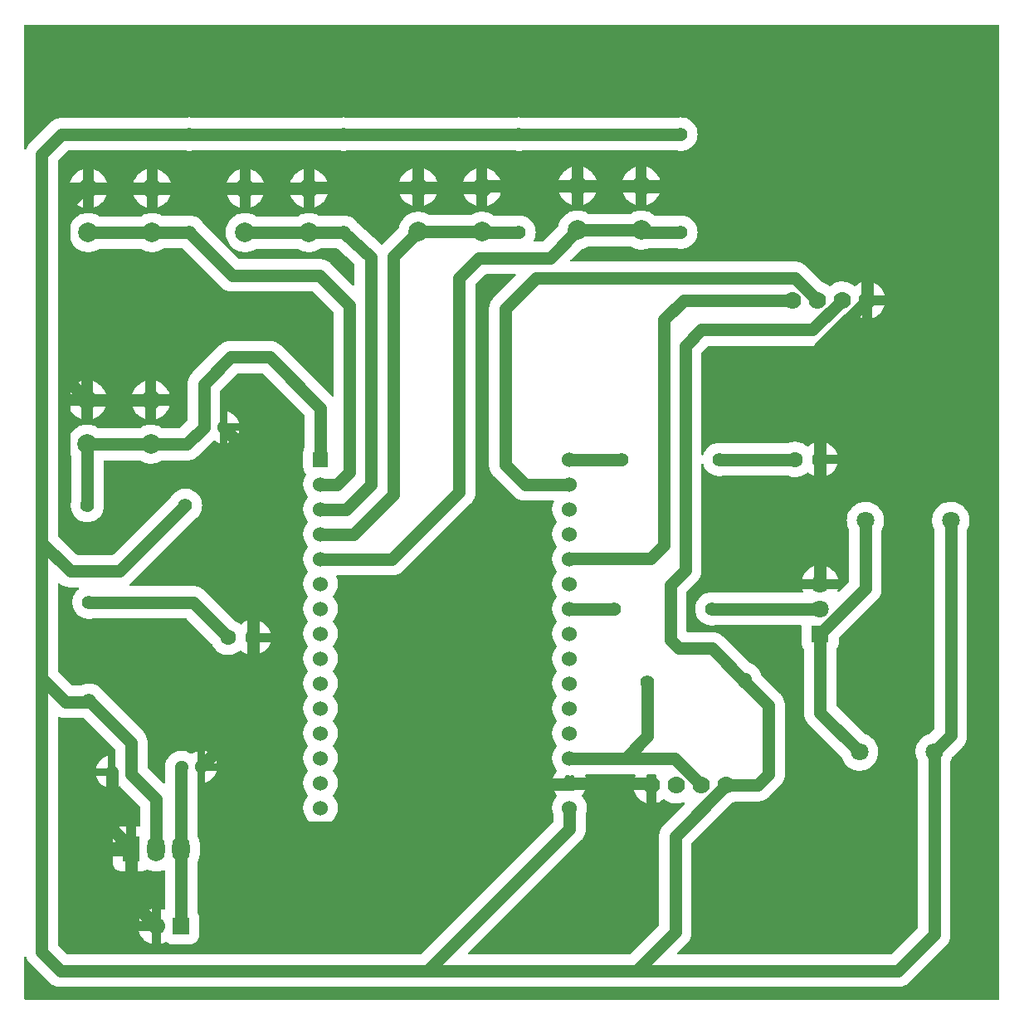
<source format=gtl>
G04 Layer: TopLayer*
G04 EasyEDA v6.5.50, 2025-08-07 23:34:14*
G04 4f77d7e6b91a4c7688e86251b08845de,d5ecf923025d49a2b3c084a081e0ad24,10*
G04 Gerber Generator version 0.2*
G04 Scale: 100 percent, Rotated: No, Reflected: No *
G04 Dimensions in millimeters *
G04 leading zeros omitted , absolute positions ,4 integer and 5 decimal *
%FSLAX45Y45*%
%MOMM*%

%ADD10C,1.3000*%
%ADD11C,1.6000*%
%ADD12C,1.8000*%
%ADD13R,1.7000X1.7000*%
%ADD14C,1.7000*%
%ADD15C,1.7780*%
%ADD16R,1.8000X1.8000*%
%ADD17C,1.4000*%
%ADD18C,2.0000*%
%ADD19R,1.5240X1.5240*%
%ADD20C,1.5240*%
%ADD21O,1.7999964X2.5999948*%
%ADD22R,1.8000X2.6000*%
%ADD23R,0.0125X2.6000*%

%LPD*%
G36*
X-3938117Y-8830665D02*
G01*
X-3942029Y-8829903D01*
X-3945280Y-8827668D01*
X-3947515Y-8824417D01*
X-3948277Y-8820505D01*
X-3948277Y-8400542D01*
X-3947464Y-8396579D01*
X-3945178Y-8393226D01*
X-3941775Y-8391042D01*
X-3937812Y-8390432D01*
X-3933901Y-8391296D01*
X-3930599Y-8393684D01*
X-3928516Y-8397138D01*
X-3926382Y-8403234D01*
X-3923080Y-8411210D01*
X-3919372Y-8419033D01*
X-3915206Y-8426653D01*
X-3910685Y-8434019D01*
X-3905758Y-8441131D01*
X-3900525Y-8448090D01*
X-3894886Y-8454644D01*
X-3888841Y-8460994D01*
X-3698494Y-8651341D01*
X-3692144Y-8657386D01*
X-3685540Y-8663025D01*
X-3678682Y-8668258D01*
X-3671519Y-8673236D01*
X-3664153Y-8677706D01*
X-3656533Y-8681821D01*
X-3648710Y-8685580D01*
X-3640683Y-8688933D01*
X-3632555Y-8691829D01*
X-3624224Y-8694267D01*
X-3615791Y-8696299D01*
X-3607257Y-8697823D01*
X-3598672Y-8698992D01*
X-3590036Y-8699703D01*
X-3581247Y-8699906D01*
X4965598Y-8699906D01*
X4974386Y-8699703D01*
X4983022Y-8698992D01*
X4991608Y-8697823D01*
X5000142Y-8696299D01*
X5008524Y-8694267D01*
X5016855Y-8691829D01*
X5025034Y-8688933D01*
X5033010Y-8685580D01*
X5040833Y-8681821D01*
X5048453Y-8677706D01*
X5055870Y-8673236D01*
X5062982Y-8668258D01*
X5069890Y-8663025D01*
X5076444Y-8657386D01*
X5082844Y-8651341D01*
X5451856Y-8282279D01*
X5457901Y-8275929D01*
X5463540Y-8269376D01*
X5468823Y-8262518D01*
X5473700Y-8255304D01*
X5478221Y-8247938D01*
X5482386Y-8240318D01*
X5486095Y-8232495D01*
X5489448Y-8224469D01*
X5492343Y-8216341D01*
X5494782Y-8208009D01*
X5496814Y-8199577D01*
X5498388Y-8191042D01*
X5499506Y-8182457D01*
X5500166Y-8173821D01*
X5500420Y-8165033D01*
X5500420Y-6400495D01*
X5500776Y-6397802D01*
X5501792Y-6395364D01*
X5504434Y-6390792D01*
X5512257Y-6373469D01*
X5517997Y-6356350D01*
X5520436Y-6352438D01*
X5620156Y-6252718D01*
X5626201Y-6246317D01*
X5631840Y-6239764D01*
X5637123Y-6232906D01*
X5642000Y-6225692D01*
X5646521Y-6218326D01*
X5650687Y-6210706D01*
X5654395Y-6202883D01*
X5657748Y-6194907D01*
X5660644Y-6186728D01*
X5663082Y-6178397D01*
X5665114Y-6169964D01*
X5666689Y-6161481D01*
X5667806Y-6152896D01*
X5668467Y-6144260D01*
X5668721Y-6135420D01*
X5668721Y-4038142D01*
X5669026Y-4035653D01*
X5669940Y-4033367D01*
X5674868Y-4024325D01*
X5682234Y-4006850D01*
X5687822Y-3988663D01*
X5691581Y-3970070D01*
X5693460Y-3951173D01*
X5693460Y-3932224D01*
X5691581Y-3913276D01*
X5687822Y-3894734D01*
X5682234Y-3876548D01*
X5674868Y-3859072D01*
X5665774Y-3842410D01*
X5655056Y-3826713D01*
X5642864Y-3812133D01*
X5629249Y-3798874D01*
X5614416Y-3786987D01*
X5598464Y-3776675D01*
X5581548Y-3768090D01*
X5563870Y-3761079D01*
X5545632Y-3755999D01*
X5526887Y-3752646D01*
X5507990Y-3751224D01*
X5488990Y-3751732D01*
X5470144Y-3754069D01*
X5451602Y-3758336D01*
X5433618Y-3764330D01*
X5416296Y-3772154D01*
X5399887Y-3781653D01*
X5384444Y-3792728D01*
X5370220Y-3805326D01*
X5357317Y-3819245D01*
X5345836Y-3834384D01*
X5335930Y-3850640D01*
X5327700Y-3867658D01*
X5321198Y-3885539D01*
X5316524Y-3903979D01*
X5313680Y-3922725D01*
X5312714Y-3941673D01*
X5313680Y-3960672D01*
X5316524Y-3979418D01*
X5321198Y-3997807D01*
X5327700Y-4015740D01*
X5337352Y-4035856D01*
X5337708Y-4038549D01*
X5337708Y-6062878D01*
X5336946Y-6066688D01*
X5334711Y-6069990D01*
X5286146Y-6118656D01*
X5284216Y-6120130D01*
X5281930Y-6121146D01*
X5269738Y-6124905D01*
X5252262Y-6132271D01*
X5235600Y-6141313D01*
X5219903Y-6152032D01*
X5205323Y-6164224D01*
X5192064Y-6177838D01*
X5180228Y-6192672D01*
X5169916Y-6208623D01*
X5161280Y-6225590D01*
X5154320Y-6243269D01*
X5149189Y-6261506D01*
X5145887Y-6280251D01*
X5144465Y-6299149D01*
X5144973Y-6318097D01*
X5147310Y-6336995D01*
X5151526Y-6355537D01*
X5157571Y-6373469D01*
X5165394Y-6390792D01*
X5168036Y-6395364D01*
X5169052Y-6397802D01*
X5169408Y-6400495D01*
X5169408Y-8092440D01*
X5168646Y-8096351D01*
X5166410Y-8099602D01*
X4900117Y-8365896D01*
X4896815Y-8368080D01*
X4892954Y-8368842D01*
X2722829Y-8368842D01*
X2718917Y-8368080D01*
X2715615Y-8365896D01*
X2713431Y-8362645D01*
X2712669Y-8358733D01*
X2713431Y-8354872D01*
X2715615Y-8351520D01*
X2809341Y-8257794D01*
X2815386Y-8251444D01*
X2821025Y-8244890D01*
X2826308Y-8237931D01*
X2831236Y-8230819D01*
X2835757Y-8223453D01*
X2839872Y-8215833D01*
X2843631Y-8208009D01*
X2846933Y-8200034D01*
X2849829Y-8191804D01*
X2852267Y-8183524D01*
X2854299Y-8175091D01*
X2855874Y-8166557D01*
X2856992Y-8158022D01*
X2857703Y-8149336D01*
X2857906Y-8140547D01*
X2857906Y-7235545D01*
X2858719Y-7231634D01*
X2860903Y-7228382D01*
X3263493Y-6825742D01*
X3265525Y-6824167D01*
X3267913Y-6823151D01*
X3273450Y-6821627D01*
X3291027Y-6814718D01*
X3302711Y-6808774D01*
X3304997Y-6807911D01*
X3307384Y-6807555D01*
X3530498Y-6807555D01*
X3539286Y-6807403D01*
X3547922Y-6806692D01*
X3556508Y-6805523D01*
X3565042Y-6803999D01*
X3573424Y-6801967D01*
X3581755Y-6799529D01*
X3589934Y-6796633D01*
X3597910Y-6793280D01*
X3605733Y-6789521D01*
X3613353Y-6785406D01*
X3620770Y-6780936D01*
X3627882Y-6775958D01*
X3634790Y-6770725D01*
X3641344Y-6765086D01*
X3647744Y-6759041D01*
X3761841Y-6644894D01*
X3767886Y-6638493D01*
X3773525Y-6631990D01*
X3778808Y-6625031D01*
X3783736Y-6617919D01*
X3788257Y-6610553D01*
X3792372Y-6602933D01*
X3796080Y-6595109D01*
X3799433Y-6587134D01*
X3802329Y-6578904D01*
X3804767Y-6570624D01*
X3806799Y-6562242D01*
X3808374Y-6553657D01*
X3809492Y-6545122D01*
X3810203Y-6536435D01*
X3810406Y-6527647D01*
X3810406Y-5824677D01*
X3810203Y-5815888D01*
X3809492Y-5807252D01*
X3808374Y-5798718D01*
X3806799Y-5790133D01*
X3804767Y-5781700D01*
X3802329Y-5773420D01*
X3799433Y-5765241D01*
X3796080Y-5757265D01*
X3792372Y-5749442D01*
X3788257Y-5741822D01*
X3783736Y-5734405D01*
X3778808Y-5727344D01*
X3773525Y-5720384D01*
X3767886Y-5713831D01*
X3761841Y-5707430D01*
X3570528Y-5516118D01*
X3568903Y-5513984D01*
X3567887Y-5511546D01*
X3565702Y-5503418D01*
X3559505Y-5487263D01*
X3551631Y-5471871D01*
X3542233Y-5457342D01*
X3531311Y-5443829D01*
X3519068Y-5431586D01*
X3505606Y-5420664D01*
X3491077Y-5411317D01*
X3475634Y-5403392D01*
X3459479Y-5397246D01*
X3451504Y-5395061D01*
X3449065Y-5394045D01*
X3446983Y-5392420D01*
X3182569Y-5128056D01*
X3176168Y-5121960D01*
X3169564Y-5116372D01*
X3162706Y-5111038D01*
X3155543Y-5106162D01*
X3148177Y-5101691D01*
X3140557Y-5097475D01*
X3132734Y-5093817D01*
X3124758Y-5090464D01*
X3116580Y-5087569D01*
X3108248Y-5085130D01*
X3099816Y-5083098D01*
X3091332Y-5081473D01*
X3082747Y-5080355D01*
X3074111Y-5079746D01*
X3065272Y-5079441D01*
X2817164Y-5079441D01*
X2813253Y-5078730D01*
X2810002Y-5076444D01*
X2807766Y-5073192D01*
X2807004Y-5069281D01*
X2807004Y-4670298D01*
X2807766Y-4666437D01*
X2810002Y-4663084D01*
X2910840Y-4562246D01*
X2916885Y-4555845D01*
X2922524Y-4549292D01*
X2927807Y-4542434D01*
X2932684Y-4535220D01*
X2937205Y-4527854D01*
X2941370Y-4520234D01*
X2945079Y-4512411D01*
X2948432Y-4504436D01*
X2951327Y-4496257D01*
X2953766Y-4487926D01*
X2955798Y-4479493D01*
X2957372Y-4471060D01*
X2958490Y-4462424D01*
X2959150Y-4453788D01*
X2959404Y-4444949D01*
X2959404Y-3371087D01*
X2960268Y-3366973D01*
X2962656Y-3363569D01*
X2966212Y-3361436D01*
X2970326Y-3360877D01*
X2974289Y-3362045D01*
X2977489Y-3364737D01*
X2979369Y-3368395D01*
X2980385Y-3372053D01*
X2986735Y-3388715D01*
X2994863Y-3404666D01*
X3004566Y-3419601D01*
X3015792Y-3433521D01*
X3028442Y-3446068D01*
X3042310Y-3457295D01*
X3057245Y-3467049D01*
X3073146Y-3475126D01*
X3089808Y-3481527D01*
X3107080Y-3486150D01*
X3124708Y-3488944D01*
X3142538Y-3489858D01*
X3160318Y-3488944D01*
X3177946Y-3486150D01*
X3183991Y-3484930D01*
X3843477Y-3484930D01*
X3847795Y-3485896D01*
X3866896Y-3492703D01*
X3884980Y-3496919D01*
X3903421Y-3499307D01*
X3921963Y-3499815D01*
X3940505Y-3498392D01*
X3958793Y-3495090D01*
X3976624Y-3489858D01*
X3993845Y-3482898D01*
X4010253Y-3474161D01*
X4025696Y-3463798D01*
X4037888Y-3453587D01*
X4041089Y-3451758D01*
X4044645Y-3451199D01*
X4048251Y-3451910D01*
X4051300Y-3453892D01*
X4055719Y-3458006D01*
X4070604Y-3469182D01*
X4086504Y-3478682D01*
X4103319Y-3486556D01*
X4120896Y-3492703D01*
X4125010Y-3493668D01*
X4125010Y-3365703D01*
X4104436Y-3365703D01*
X4100169Y-3364788D01*
X4096715Y-3362198D01*
X4094632Y-3358387D01*
X4094378Y-3354019D01*
X4096867Y-3337915D01*
X4097832Y-3319373D01*
X4096867Y-3300831D01*
X4094378Y-3284728D01*
X4094632Y-3280410D01*
X4096715Y-3276600D01*
X4100169Y-3273958D01*
X4104436Y-3273044D01*
X4125010Y-3273044D01*
X4125010Y-3145129D01*
X4120896Y-3146094D01*
X4103319Y-3152241D01*
X4086504Y-3160115D01*
X4070604Y-3169615D01*
X4055719Y-3180791D01*
X4051300Y-3184906D01*
X4048251Y-3186887D01*
X4044645Y-3187547D01*
X4041089Y-3186988D01*
X4037888Y-3185210D01*
X4025696Y-3175000D01*
X4010253Y-3164636D01*
X3993845Y-3155899D01*
X3976624Y-3148888D01*
X3958793Y-3143707D01*
X3940505Y-3140405D01*
X3921963Y-3138982D01*
X3903421Y-3139490D01*
X3884980Y-3141878D01*
X3866896Y-3146094D01*
X3847795Y-3152902D01*
X3843477Y-3153867D01*
X3183991Y-3153867D01*
X3177946Y-3152648D01*
X3160318Y-3149854D01*
X3142538Y-3148888D01*
X3124708Y-3149854D01*
X3107080Y-3152648D01*
X3089808Y-3157220D01*
X3073146Y-3163620D01*
X3057245Y-3171748D01*
X3042310Y-3181502D01*
X3028442Y-3192729D01*
X3015792Y-3205276D01*
X3004566Y-3219196D01*
X2994863Y-3234131D01*
X2986735Y-3250031D01*
X2980385Y-3266694D01*
X2979369Y-3270402D01*
X2977489Y-3274060D01*
X2974289Y-3276752D01*
X2970326Y-3277870D01*
X2966212Y-3277311D01*
X2962656Y-3275228D01*
X2960268Y-3271824D01*
X2959404Y-3267710D01*
X2959404Y-2231898D01*
X2960166Y-2228037D01*
X2962402Y-2224684D01*
X3024835Y-2162251D01*
X3028137Y-2160066D01*
X3031998Y-2159254D01*
X4094987Y-2159254D01*
X4103827Y-2159000D01*
X4112463Y-2158339D01*
X4121048Y-2157272D01*
X4129532Y-2155698D01*
X4137964Y-2153615D01*
X4146296Y-2151176D01*
X4154474Y-2148281D01*
X4162450Y-2144979D01*
X4170273Y-2141220D01*
X4177893Y-2137105D01*
X4185259Y-2132533D01*
X4192422Y-2127656D01*
X4199280Y-2122373D01*
X4205884Y-2116734D01*
X4212285Y-2110740D01*
X4445406Y-1877568D01*
X4449368Y-1875078D01*
X4464304Y-1870100D01*
X4481525Y-1862328D01*
X4497882Y-1852930D01*
X4513224Y-1841855D01*
X4515459Y-1839874D01*
X4518456Y-1838045D01*
X4521911Y-1837334D01*
X4525416Y-1837842D01*
X4528515Y-1839518D01*
X4538573Y-1847596D01*
X4554423Y-1857857D01*
X4571238Y-1866392D01*
X4588814Y-1873351D01*
X4598314Y-1875993D01*
X4598314Y-1744573D01*
X4590440Y-1744573D01*
X4586833Y-1743964D01*
X4583684Y-1742033D01*
X4581448Y-1739138D01*
X4580331Y-1735632D01*
X4580737Y-1731365D01*
X4583582Y-1712671D01*
X4584496Y-1693773D01*
X4583582Y-1674926D01*
X4580585Y-1655622D01*
X4580331Y-1651965D01*
X4581448Y-1648460D01*
X4583684Y-1645564D01*
X4586833Y-1643634D01*
X4590440Y-1642973D01*
X4598314Y-1642973D01*
X4598314Y-1511554D01*
X4588814Y-1514246D01*
X4571238Y-1521206D01*
X4554423Y-1529740D01*
X4538573Y-1540002D01*
X4528515Y-1548079D01*
X4525416Y-1549704D01*
X4521911Y-1550212D01*
X4518456Y-1549552D01*
X4515459Y-1547672D01*
X4513224Y-1545742D01*
X4497882Y-1534668D01*
X4481525Y-1525219D01*
X4464304Y-1517446D01*
X4446422Y-1511503D01*
X4427982Y-1507236D01*
X4409287Y-1504899D01*
X4390390Y-1504442D01*
X4371543Y-1505864D01*
X4352950Y-1509115D01*
X4334814Y-1514246D01*
X4317238Y-1521206D01*
X4300423Y-1529740D01*
X4284573Y-1540002D01*
X4274515Y-1548079D01*
X4271416Y-1549704D01*
X4267911Y-1550212D01*
X4264456Y-1549552D01*
X4261459Y-1547672D01*
X4259224Y-1545742D01*
X4243882Y-1534668D01*
X4227525Y-1525219D01*
X4210304Y-1517446D01*
X4195368Y-1512519D01*
X4191406Y-1510030D01*
X4029659Y-1348282D01*
X4023258Y-1342186D01*
X4016654Y-1336598D01*
X4009796Y-1331315D01*
X4002633Y-1326388D01*
X3995267Y-1321917D01*
X3987647Y-1317701D01*
X3979824Y-1313992D01*
X3971848Y-1310690D01*
X3963670Y-1307846D01*
X3955338Y-1305356D01*
X3946906Y-1303324D01*
X3938422Y-1301699D01*
X3929837Y-1300581D01*
X3921201Y-1299972D01*
X3912362Y-1299667D01*
X1633118Y-1299667D01*
X1629206Y-1298956D01*
X1625904Y-1296670D01*
X1623720Y-1293418D01*
X1622958Y-1289507D01*
X1623720Y-1285595D01*
X1625904Y-1282395D01*
X1730095Y-1178153D01*
X1732280Y-1176528D01*
X1734820Y-1175512D01*
X1753412Y-1170838D01*
X1771954Y-1164234D01*
X1789734Y-1155852D01*
X1806193Y-1145895D01*
X1808734Y-1144828D01*
X1811426Y-1144473D01*
X2229002Y-1144473D01*
X2231694Y-1144828D01*
X2234234Y-1145895D01*
X2250694Y-1155852D01*
X2268474Y-1164234D01*
X2287016Y-1170838D01*
X2306116Y-1175613D01*
X2325573Y-1178509D01*
X2345232Y-1179474D01*
X2364841Y-1178509D01*
X2384298Y-1175613D01*
X2403398Y-1170838D01*
X2416708Y-1166114D01*
X2420112Y-1165555D01*
X2707436Y-1165555D01*
X2713482Y-1166723D01*
X2731109Y-1169568D01*
X2748940Y-1170533D01*
X2766771Y-1169568D01*
X2784398Y-1166723D01*
X2801620Y-1162151D01*
X2818282Y-1155801D01*
X2834182Y-1147622D01*
X2849168Y-1137920D01*
X2863037Y-1126693D01*
X2875635Y-1114044D01*
X2886862Y-1100226D01*
X2896616Y-1085240D01*
X2904693Y-1069390D01*
X2911094Y-1052728D01*
X2915716Y-1035405D01*
X2918510Y-1017778D01*
X2919425Y-1000048D01*
X2918510Y-982167D01*
X2915716Y-964539D01*
X2911094Y-947318D01*
X2904693Y-930656D01*
X2896616Y-914704D01*
X2886862Y-899769D01*
X2875635Y-885901D01*
X2863037Y-873252D01*
X2849168Y-862025D01*
X2834182Y-852322D01*
X2818282Y-844245D01*
X2801620Y-837895D01*
X2784398Y-833221D01*
X2766771Y-830478D01*
X2748940Y-829513D01*
X2731109Y-830478D01*
X2713482Y-833221D01*
X2707436Y-834491D01*
X2487879Y-834491D01*
X2484221Y-833780D01*
X2481072Y-831850D01*
X2472385Y-823976D01*
X2456586Y-812241D01*
X2439720Y-802182D01*
X2421940Y-793750D01*
X2403398Y-787146D01*
X2384298Y-782320D01*
X2364841Y-779424D01*
X2345232Y-778459D01*
X2325573Y-779424D01*
X2306116Y-782320D01*
X2287016Y-787146D01*
X2268474Y-793750D01*
X2250694Y-802182D01*
X2234234Y-812088D01*
X2231694Y-813104D01*
X2229002Y-813511D01*
X1811426Y-813511D01*
X1808734Y-813104D01*
X1806193Y-812088D01*
X1789734Y-802182D01*
X1771954Y-793750D01*
X1753412Y-787146D01*
X1734312Y-782320D01*
X1714855Y-779424D01*
X1695246Y-778459D01*
X1675587Y-779424D01*
X1656130Y-782320D01*
X1637030Y-787146D01*
X1618488Y-793750D01*
X1600708Y-802182D01*
X1583842Y-812241D01*
X1568043Y-823976D01*
X1553464Y-837184D01*
X1540256Y-851763D01*
X1528521Y-867613D01*
X1518412Y-884478D01*
X1509979Y-902309D01*
X1503375Y-920750D01*
X1498701Y-939444D01*
X1497685Y-941984D01*
X1496009Y-944118D01*
X1346657Y-1093470D01*
X1343355Y-1095756D01*
X1339443Y-1096467D01*
X1256436Y-1096467D01*
X1252423Y-1095705D01*
X1249019Y-1093317D01*
X1246886Y-1089761D01*
X1246276Y-1085646D01*
X1247394Y-1081684D01*
X1253693Y-1069390D01*
X1260094Y-1052728D01*
X1264716Y-1035405D01*
X1267510Y-1017778D01*
X1268425Y-1000048D01*
X1267510Y-982167D01*
X1264716Y-964539D01*
X1260094Y-947318D01*
X1253693Y-930656D01*
X1245616Y-914704D01*
X1235862Y-899769D01*
X1224635Y-885901D01*
X1212037Y-873252D01*
X1198168Y-862025D01*
X1183182Y-852322D01*
X1167282Y-844245D01*
X1150620Y-837895D01*
X1133398Y-833221D01*
X1115771Y-830478D01*
X1097940Y-829513D01*
X1080109Y-830478D01*
X1062482Y-833221D01*
X1056436Y-834491D01*
X847191Y-834491D01*
X843991Y-833983D01*
X841095Y-832510D01*
X830986Y-824941D01*
X814120Y-814882D01*
X796340Y-806450D01*
X777798Y-799846D01*
X758698Y-795020D01*
X739241Y-792124D01*
X719632Y-791159D01*
X699973Y-792124D01*
X680516Y-795020D01*
X661416Y-799846D01*
X642874Y-806450D01*
X625094Y-814882D01*
X608634Y-824788D01*
X606094Y-825804D01*
X603402Y-826211D01*
X185826Y-826211D01*
X183134Y-825804D01*
X180594Y-824788D01*
X164134Y-814882D01*
X146354Y-806450D01*
X127812Y-799846D01*
X108712Y-795020D01*
X89255Y-792124D01*
X69646Y-791159D01*
X49987Y-792124D01*
X30530Y-795020D01*
X11430Y-799846D01*
X-7112Y-806450D01*
X-24892Y-814882D01*
X-41757Y-824941D01*
X-57556Y-836676D01*
X-72136Y-849884D01*
X-85344Y-864463D01*
X-97078Y-880313D01*
X-107187Y-897178D01*
X-115620Y-915009D01*
X-122224Y-933450D01*
X-126898Y-952144D01*
X-127914Y-954684D01*
X-129590Y-956818D01*
X-296570Y-1123797D01*
X-299720Y-1125931D01*
X-303479Y-1126744D01*
X-307289Y-1126134D01*
X-310591Y-1124153D01*
X-550570Y-905764D01*
X-552246Y-903782D01*
X-554837Y-899769D01*
X-566064Y-885901D01*
X-578662Y-873252D01*
X-592531Y-862025D01*
X-607517Y-852322D01*
X-623417Y-844245D01*
X-640080Y-837895D01*
X-657301Y-833221D01*
X-674928Y-830478D01*
X-692759Y-829513D01*
X-710590Y-830478D01*
X-728218Y-833221D01*
X-734263Y-834491D01*
X-936802Y-834491D01*
X-939546Y-834085D01*
X-942035Y-833069D01*
X-951179Y-827582D01*
X-968959Y-819150D01*
X-987501Y-812546D01*
X-1006602Y-807720D01*
X-1026058Y-804824D01*
X-1045667Y-803859D01*
X-1065326Y-804824D01*
X-1084783Y-807720D01*
X-1103884Y-812546D01*
X-1122426Y-819150D01*
X-1140206Y-827582D01*
X-1156665Y-837437D01*
X-1159205Y-838504D01*
X-1161897Y-838911D01*
X-1579473Y-838911D01*
X-1582166Y-838504D01*
X-1584706Y-837437D01*
X-1601165Y-827582D01*
X-1618945Y-819150D01*
X-1637487Y-812546D01*
X-1656588Y-807720D01*
X-1676044Y-804824D01*
X-1695653Y-803859D01*
X-1715312Y-804824D01*
X-1734769Y-807720D01*
X-1753870Y-812546D01*
X-1772412Y-819150D01*
X-1790192Y-827582D01*
X-1807057Y-837641D01*
X-1822856Y-849376D01*
X-1837436Y-862584D01*
X-1850643Y-877163D01*
X-1862378Y-893013D01*
X-1872488Y-909878D01*
X-1880920Y-927709D01*
X-1887524Y-946150D01*
X-1892300Y-965301D01*
X-1895195Y-984707D01*
X-1896160Y-1004417D01*
X-1895195Y-1024077D01*
X-1892300Y-1043533D01*
X-1887524Y-1062634D01*
X-1880920Y-1081125D01*
X-1872488Y-1098854D01*
X-1862378Y-1115822D01*
X-1850643Y-1131570D01*
X-1837436Y-1146149D01*
X-1822856Y-1159357D01*
X-1807057Y-1171092D01*
X-1790192Y-1181252D01*
X-1772412Y-1189634D01*
X-1753870Y-1196238D01*
X-1734769Y-1201013D01*
X-1715312Y-1203909D01*
X-1695653Y-1204874D01*
X-1676044Y-1203909D01*
X-1656588Y-1201013D01*
X-1637487Y-1196238D01*
X-1618945Y-1189634D01*
X-1601165Y-1181252D01*
X-1584706Y-1171295D01*
X-1582166Y-1170228D01*
X-1579473Y-1169873D01*
X-1161897Y-1169873D01*
X-1159205Y-1170228D01*
X-1156665Y-1171295D01*
X-1140206Y-1181252D01*
X-1122426Y-1189634D01*
X-1103884Y-1196238D01*
X-1084783Y-1201013D01*
X-1065326Y-1203909D01*
X-1045667Y-1204874D01*
X-1026058Y-1203909D01*
X-1006602Y-1201013D01*
X-987501Y-1196238D01*
X-968959Y-1189634D01*
X-951179Y-1181252D01*
X-934313Y-1171092D01*
X-929436Y-1167536D01*
X-926592Y-1166063D01*
X-923391Y-1165555D01*
X-760882Y-1165555D01*
X-757174Y-1166215D01*
X-754024Y-1168146D01*
X-582168Y-1324508D01*
X-579729Y-1327912D01*
X-578866Y-1332026D01*
X-578866Y-1536446D01*
X-579628Y-1540306D01*
X-581863Y-1543558D01*
X-585114Y-1545742D01*
X-589026Y-1546606D01*
X-592937Y-1545742D01*
X-596188Y-1543558D01*
X-816914Y-1322882D01*
X-823315Y-1316786D01*
X-829919Y-1311198D01*
X-836777Y-1305915D01*
X-843940Y-1300988D01*
X-851306Y-1296517D01*
X-858926Y-1292301D01*
X-866749Y-1288592D01*
X-874725Y-1285290D01*
X-882903Y-1282446D01*
X-891235Y-1279956D01*
X-899668Y-1277924D01*
X-908151Y-1276299D01*
X-916736Y-1275181D01*
X-925372Y-1274572D01*
X-934212Y-1274267D01*
X-1755139Y-1274267D01*
X-1759000Y-1273556D01*
X-1762302Y-1271270D01*
X-2121052Y-912571D01*
X-2122424Y-910894D01*
X-2129637Y-899769D01*
X-2140864Y-885901D01*
X-2153462Y-873252D01*
X-2167331Y-862025D01*
X-2182317Y-852322D01*
X-2198217Y-844245D01*
X-2214880Y-837895D01*
X-2232101Y-833221D01*
X-2249728Y-830478D01*
X-2267559Y-829513D01*
X-2285390Y-830478D01*
X-2303018Y-833221D01*
X-2309063Y-834491D01*
X-2537002Y-834491D01*
X-2539746Y-834085D01*
X-2542235Y-833069D01*
X-2551379Y-827582D01*
X-2569159Y-819150D01*
X-2587701Y-812546D01*
X-2606802Y-807720D01*
X-2626258Y-804824D01*
X-2645867Y-803859D01*
X-2665526Y-804824D01*
X-2684983Y-807720D01*
X-2704084Y-812546D01*
X-2722626Y-819150D01*
X-2740406Y-827582D01*
X-2756865Y-837437D01*
X-2759405Y-838504D01*
X-2762097Y-838911D01*
X-3179673Y-838911D01*
X-3182366Y-838504D01*
X-3184906Y-837437D01*
X-3201365Y-827582D01*
X-3219145Y-819150D01*
X-3237687Y-812546D01*
X-3256788Y-807720D01*
X-3276244Y-804824D01*
X-3295853Y-803859D01*
X-3315512Y-804824D01*
X-3334969Y-807720D01*
X-3354070Y-812546D01*
X-3372612Y-819150D01*
X-3390392Y-827582D01*
X-3407257Y-837641D01*
X-3423056Y-849376D01*
X-3437636Y-862584D01*
X-3450844Y-877163D01*
X-3462578Y-893013D01*
X-3472687Y-909878D01*
X-3481120Y-927709D01*
X-3487724Y-946150D01*
X-3492500Y-965301D01*
X-3495395Y-984707D01*
X-3496360Y-1004417D01*
X-3495395Y-1024077D01*
X-3492500Y-1043533D01*
X-3487724Y-1062634D01*
X-3481120Y-1081125D01*
X-3472687Y-1098854D01*
X-3462578Y-1115822D01*
X-3450844Y-1131570D01*
X-3437636Y-1146149D01*
X-3423056Y-1159357D01*
X-3407257Y-1171092D01*
X-3390392Y-1181252D01*
X-3372612Y-1189634D01*
X-3354070Y-1196238D01*
X-3334969Y-1201013D01*
X-3315512Y-1203909D01*
X-3295853Y-1204874D01*
X-3276244Y-1203909D01*
X-3256788Y-1201013D01*
X-3237687Y-1196238D01*
X-3219145Y-1189634D01*
X-3201365Y-1181252D01*
X-3184906Y-1171295D01*
X-3182366Y-1170228D01*
X-3179673Y-1169873D01*
X-2762097Y-1169873D01*
X-2759405Y-1170228D01*
X-2756865Y-1171295D01*
X-2740406Y-1181252D01*
X-2722626Y-1189634D01*
X-2704084Y-1196238D01*
X-2684983Y-1201013D01*
X-2665526Y-1203909D01*
X-2645867Y-1204874D01*
X-2626258Y-1203909D01*
X-2606802Y-1201013D01*
X-2587701Y-1196238D01*
X-2569159Y-1189634D01*
X-2551379Y-1181252D01*
X-2534513Y-1171092D01*
X-2529636Y-1167536D01*
X-2526792Y-1166063D01*
X-2523591Y-1165555D01*
X-2340457Y-1165555D01*
X-2336546Y-1166266D01*
X-2333244Y-1168501D01*
X-1945030Y-1556715D01*
X-1938629Y-1562811D01*
X-1932025Y-1568399D01*
X-1925167Y-1573682D01*
X-1918004Y-1578559D01*
X-1910638Y-1583080D01*
X-1903018Y-1587246D01*
X-1895195Y-1591005D01*
X-1887220Y-1594307D01*
X-1879041Y-1597202D01*
X-1870710Y-1599641D01*
X-1862277Y-1601673D01*
X-1853793Y-1603298D01*
X-1845208Y-1604365D01*
X-1836572Y-1605026D01*
X-1827733Y-1605330D01*
X-1006805Y-1605330D01*
X-1002944Y-1606042D01*
X-999642Y-1608277D01*
X-797763Y-1810156D01*
X-795528Y-1813458D01*
X-794766Y-1817319D01*
X-794766Y-2667711D01*
X-795528Y-2671622D01*
X-797763Y-2674924D01*
X-801014Y-2677109D01*
X-804926Y-2677922D01*
X-808837Y-2677109D01*
X-812088Y-2674924D01*
X-1330655Y-2156358D01*
X-1337056Y-2150313D01*
X-1343609Y-2144674D01*
X-1350518Y-2139391D01*
X-1357630Y-2134463D01*
X-1365046Y-2129942D01*
X-1372666Y-2125878D01*
X-1380490Y-2122119D01*
X-1388465Y-2118766D01*
X-1396644Y-2115870D01*
X-1404975Y-2113432D01*
X-1413357Y-2111400D01*
X-1421892Y-2109876D01*
X-1430477Y-2108657D01*
X-1439113Y-2107996D01*
X-1447901Y-2107742D01*
X-1841347Y-2107742D01*
X-1850136Y-2107996D01*
X-1858772Y-2108657D01*
X-1867357Y-2109876D01*
X-1875891Y-2111400D01*
X-1884324Y-2113432D01*
X-1892655Y-2115870D01*
X-1900783Y-2118766D01*
X-1908810Y-2122119D01*
X-1916633Y-2125878D01*
X-1924253Y-2129942D01*
X-1931619Y-2134463D01*
X-1938782Y-2139391D01*
X-1945639Y-2144674D01*
X-1952243Y-2150313D01*
X-1958593Y-2156358D01*
X-2235301Y-2433116D01*
X-2241397Y-2439466D01*
X-2246985Y-2446020D01*
X-2252268Y-2452878D01*
X-2257196Y-2460091D01*
X-2261717Y-2467457D01*
X-2265832Y-2475026D01*
X-2269591Y-2482850D01*
X-2272893Y-2490876D01*
X-2275789Y-2499055D01*
X-2278227Y-2507386D01*
X-2280259Y-2515819D01*
X-2281834Y-2524302D01*
X-2283002Y-2532888D01*
X-2283663Y-2541574D01*
X-2283917Y-2550363D01*
X-2283917Y-2916428D01*
X-2284679Y-2920288D01*
X-2286863Y-2923641D01*
X-2358136Y-2994914D01*
X-2361438Y-2997098D01*
X-2365349Y-2997911D01*
X-2542387Y-2997911D01*
X-2545080Y-2997504D01*
X-2547620Y-2996438D01*
X-2564079Y-2986582D01*
X-2581859Y-2978150D01*
X-2600401Y-2971546D01*
X-2619502Y-2966720D01*
X-2638958Y-2963824D01*
X-2658567Y-2962859D01*
X-2678226Y-2963824D01*
X-2697683Y-2966720D01*
X-2716784Y-2971546D01*
X-2735326Y-2978150D01*
X-2753106Y-2986582D01*
X-2769565Y-2996438D01*
X-2772105Y-2997504D01*
X-2774797Y-2997911D01*
X-3192373Y-2997911D01*
X-3195066Y-2997504D01*
X-3197606Y-2996438D01*
X-3214065Y-2986582D01*
X-3231845Y-2978150D01*
X-3250387Y-2971546D01*
X-3269488Y-2966720D01*
X-3288944Y-2963824D01*
X-3308553Y-2962859D01*
X-3328212Y-2963824D01*
X-3347669Y-2966720D01*
X-3366770Y-2971546D01*
X-3385312Y-2978150D01*
X-3403092Y-2986582D01*
X-3419957Y-2996641D01*
X-3435756Y-3008376D01*
X-3450336Y-3021584D01*
X-3463544Y-3036163D01*
X-3475278Y-3052013D01*
X-3485387Y-3068878D01*
X-3493820Y-3086709D01*
X-3500424Y-3105150D01*
X-3505200Y-3124301D01*
X-3508095Y-3143707D01*
X-3509060Y-3163417D01*
X-3508095Y-3183026D01*
X-3505200Y-3202533D01*
X-3500424Y-3221634D01*
X-3493820Y-3240125D01*
X-3485387Y-3257854D01*
X-3475278Y-3274822D01*
X-3473297Y-3277463D01*
X-3471824Y-3280308D01*
X-3471316Y-3283559D01*
X-3471316Y-3747770D01*
X-3472535Y-3753815D01*
X-3475329Y-3771442D01*
X-3476294Y-3789273D01*
X-3475329Y-3807155D01*
X-3472535Y-3824782D01*
X-3467912Y-3841953D01*
X-3461562Y-3858615D01*
X-3453434Y-3874566D01*
X-3443732Y-3889501D01*
X-3432505Y-3903421D01*
X-3419856Y-3915968D01*
X-3405987Y-3927195D01*
X-3391052Y-3936949D01*
X-3375151Y-3945026D01*
X-3358489Y-3951427D01*
X-3341217Y-3956050D01*
X-3323590Y-3958844D01*
X-3305759Y-3959758D01*
X-3287979Y-3958844D01*
X-3270351Y-3956050D01*
X-3253079Y-3951427D01*
X-3236417Y-3945026D01*
X-3220516Y-3936949D01*
X-3205581Y-3927195D01*
X-3191713Y-3915968D01*
X-3179064Y-3903421D01*
X-3167837Y-3889501D01*
X-3158134Y-3874566D01*
X-3150006Y-3858615D01*
X-3143656Y-3841953D01*
X-3139033Y-3824782D01*
X-3136239Y-3807155D01*
X-3135274Y-3789273D01*
X-3136239Y-3771442D01*
X-3139033Y-3753815D01*
X-3140252Y-3747770D01*
X-3140252Y-3339033D01*
X-3139490Y-3335121D01*
X-3137306Y-3331921D01*
X-3134004Y-3329635D01*
X-3130092Y-3328873D01*
X-2774797Y-3328873D01*
X-2772105Y-3329228D01*
X-2769565Y-3330295D01*
X-2753106Y-3340252D01*
X-2735326Y-3348634D01*
X-2716784Y-3355238D01*
X-2697683Y-3360013D01*
X-2678226Y-3362909D01*
X-2658567Y-3363874D01*
X-2638958Y-3362909D01*
X-2619502Y-3360013D01*
X-2600401Y-3355238D01*
X-2581859Y-3348634D01*
X-2564079Y-3340252D01*
X-2547620Y-3330295D01*
X-2545080Y-3329228D01*
X-2542387Y-3328873D01*
X-2292705Y-3328873D01*
X-2283917Y-3328619D01*
X-2275281Y-3328009D01*
X-2266696Y-3326841D01*
X-2258161Y-3325266D01*
X-2249728Y-3323234D01*
X-2241448Y-3320796D01*
X-2233269Y-3317900D01*
X-2225243Y-3314547D01*
X-2217420Y-3310890D01*
X-2209850Y-3306673D01*
X-2202434Y-3302203D01*
X-2195322Y-3297326D01*
X-2188413Y-3291992D01*
X-2181809Y-3286353D01*
X-2175459Y-3280308D01*
X-2023059Y-3127908D01*
X-2020163Y-3125876D01*
X-2016760Y-3124962D01*
X-2013204Y-3125317D01*
X-2010003Y-3126790D01*
X-2006142Y-3129483D01*
X-1990750Y-3138068D01*
X-1974545Y-3144926D01*
X-1957222Y-3150006D01*
X-1957222Y-3027934D01*
X-1957070Y-3025952D01*
X-1954936Y-3015030D01*
X-1953818Y-3006750D01*
X-1953107Y-2997860D01*
X-1952853Y-2989072D01*
X-1952853Y-2622956D01*
X-1952091Y-2619044D01*
X-1949907Y-2615742D01*
X-1775917Y-2441752D01*
X-1772615Y-2439619D01*
X-1768703Y-2438806D01*
X-1520545Y-2438806D01*
X-1516684Y-2439619D01*
X-1513382Y-2441752D01*
X-1094638Y-2860446D01*
X-1092454Y-2863748D01*
X-1091692Y-2867660D01*
X-1091692Y-3195167D01*
X-1092708Y-3199638D01*
X-1095248Y-3204718D01*
X-1099464Y-3217214D01*
X-1102004Y-3230016D01*
X-1102918Y-3243529D01*
X-1102918Y-3395218D01*
X-1102004Y-3408730D01*
X-1099464Y-3421532D01*
X-1095248Y-3434029D01*
X-1089406Y-3445814D01*
X-1082141Y-3456736D01*
X-1075080Y-3464814D01*
X-1072946Y-3468725D01*
X-1072692Y-3473196D01*
X-1074420Y-3477310D01*
X-1084224Y-3494328D01*
X-1091539Y-3511042D01*
X-1097076Y-3528364D01*
X-1100785Y-3546144D01*
X-1102664Y-3564229D01*
X-1102664Y-3582517D01*
X-1100785Y-3600602D01*
X-1097076Y-3618331D01*
X-1091539Y-3635705D01*
X-1084224Y-3652418D01*
X-1075283Y-3668166D01*
X-1064768Y-3683000D01*
X-1055420Y-3693617D01*
X-1053541Y-3696817D01*
X-1052880Y-3700373D01*
X-1053541Y-3703929D01*
X-1055420Y-3707129D01*
X-1064768Y-3717696D01*
X-1075283Y-3732580D01*
X-1084224Y-3748328D01*
X-1091539Y-3765042D01*
X-1097076Y-3782364D01*
X-1100785Y-3800144D01*
X-1102664Y-3818229D01*
X-1102664Y-3836517D01*
X-1100785Y-3854602D01*
X-1097076Y-3872331D01*
X-1091539Y-3889705D01*
X-1084224Y-3906418D01*
X-1075283Y-3922166D01*
X-1064768Y-3937000D01*
X-1055420Y-3947617D01*
X-1053541Y-3950817D01*
X-1052880Y-3954373D01*
X-1053541Y-3957929D01*
X-1055420Y-3961129D01*
X-1064768Y-3971696D01*
X-1075283Y-3986580D01*
X-1084224Y-4002328D01*
X-1091539Y-4019042D01*
X-1097076Y-4036364D01*
X-1100785Y-4054144D01*
X-1102664Y-4072229D01*
X-1102664Y-4090517D01*
X-1100785Y-4108602D01*
X-1097076Y-4126331D01*
X-1091539Y-4143705D01*
X-1084224Y-4160418D01*
X-1075283Y-4176166D01*
X-1064768Y-4191000D01*
X-1055420Y-4201617D01*
X-1053541Y-4204817D01*
X-1052880Y-4208373D01*
X-1053541Y-4211929D01*
X-1055420Y-4215130D01*
X-1064768Y-4225696D01*
X-1075283Y-4240580D01*
X-1084224Y-4256328D01*
X-1091539Y-4273042D01*
X-1097076Y-4290364D01*
X-1100785Y-4308144D01*
X-1102664Y-4326229D01*
X-1102664Y-4344517D01*
X-1100785Y-4362602D01*
X-1097076Y-4380331D01*
X-1091539Y-4397705D01*
X-1084224Y-4414418D01*
X-1075283Y-4430166D01*
X-1064768Y-4445000D01*
X-1055420Y-4455617D01*
X-1053541Y-4458817D01*
X-1052880Y-4462373D01*
X-1053541Y-4465929D01*
X-1055420Y-4469130D01*
X-1064768Y-4479696D01*
X-1075283Y-4494580D01*
X-1084224Y-4510328D01*
X-1091539Y-4527042D01*
X-1097076Y-4544364D01*
X-1100785Y-4562144D01*
X-1102664Y-4580229D01*
X-1102664Y-4598517D01*
X-1100785Y-4616602D01*
X-1097076Y-4634331D01*
X-1091539Y-4651705D01*
X-1084224Y-4668418D01*
X-1075283Y-4684166D01*
X-1064768Y-4699000D01*
X-1055420Y-4709617D01*
X-1053541Y-4712817D01*
X-1052880Y-4716373D01*
X-1053541Y-4719929D01*
X-1055420Y-4723130D01*
X-1064768Y-4733696D01*
X-1075283Y-4748580D01*
X-1084224Y-4764328D01*
X-1091539Y-4781042D01*
X-1097076Y-4798364D01*
X-1100785Y-4816144D01*
X-1102664Y-4834229D01*
X-1102664Y-4852517D01*
X-1100785Y-4870602D01*
X-1097076Y-4888331D01*
X-1091539Y-4905705D01*
X-1084224Y-4922418D01*
X-1075283Y-4938166D01*
X-1064768Y-4953000D01*
X-1055420Y-4963617D01*
X-1053541Y-4966817D01*
X-1052880Y-4970373D01*
X-1053541Y-4973929D01*
X-1055420Y-4977130D01*
X-1064768Y-4987696D01*
X-1075283Y-5002580D01*
X-1084224Y-5018328D01*
X-1091539Y-5035042D01*
X-1097076Y-5052364D01*
X-1100785Y-5070144D01*
X-1102664Y-5088229D01*
X-1102664Y-5106517D01*
X-1100785Y-5124602D01*
X-1097076Y-5142331D01*
X-1091539Y-5159705D01*
X-1084224Y-5176418D01*
X-1075283Y-5192166D01*
X-1064768Y-5207000D01*
X-1055420Y-5217617D01*
X-1053541Y-5220817D01*
X-1052880Y-5224373D01*
X-1053541Y-5227929D01*
X-1055420Y-5231130D01*
X-1064768Y-5241696D01*
X-1075283Y-5256580D01*
X-1084224Y-5272328D01*
X-1091539Y-5289042D01*
X-1097076Y-5306364D01*
X-1100785Y-5324144D01*
X-1102664Y-5342229D01*
X-1102664Y-5360517D01*
X-1100785Y-5378602D01*
X-1097076Y-5396331D01*
X-1091539Y-5413705D01*
X-1084224Y-5430418D01*
X-1075283Y-5446166D01*
X-1064768Y-5461000D01*
X-1055420Y-5471617D01*
X-1053541Y-5474817D01*
X-1052880Y-5478373D01*
X-1053541Y-5481929D01*
X-1055420Y-5485130D01*
X-1064768Y-5495696D01*
X-1075283Y-5510580D01*
X-1084224Y-5526328D01*
X-1091539Y-5543042D01*
X-1097076Y-5560364D01*
X-1100785Y-5578144D01*
X-1102664Y-5596229D01*
X-1102664Y-5614517D01*
X-1100785Y-5632602D01*
X-1097076Y-5650331D01*
X-1091539Y-5667705D01*
X-1084224Y-5684418D01*
X-1075283Y-5700166D01*
X-1064768Y-5715000D01*
X-1055420Y-5725617D01*
X-1053541Y-5728817D01*
X-1052880Y-5732373D01*
X-1053541Y-5735929D01*
X-1055420Y-5739130D01*
X-1064768Y-5749696D01*
X-1075283Y-5764580D01*
X-1084224Y-5780328D01*
X-1091539Y-5797042D01*
X-1097076Y-5814364D01*
X-1100785Y-5832144D01*
X-1102664Y-5850229D01*
X-1102664Y-5868517D01*
X-1100785Y-5886602D01*
X-1097076Y-5904331D01*
X-1091539Y-5921705D01*
X-1084224Y-5938418D01*
X-1075283Y-5954166D01*
X-1064768Y-5969000D01*
X-1055420Y-5979617D01*
X-1053541Y-5982817D01*
X-1052880Y-5986373D01*
X-1053541Y-5989929D01*
X-1055420Y-5993130D01*
X-1064768Y-6003696D01*
X-1075283Y-6018580D01*
X-1084224Y-6034328D01*
X-1091539Y-6051042D01*
X-1097076Y-6068364D01*
X-1100785Y-6086144D01*
X-1102664Y-6104229D01*
X-1102664Y-6122517D01*
X-1100785Y-6140602D01*
X-1097076Y-6158331D01*
X-1091539Y-6175705D01*
X-1084224Y-6192418D01*
X-1075283Y-6208166D01*
X-1064768Y-6223000D01*
X-1055420Y-6233617D01*
X-1053541Y-6236817D01*
X-1052880Y-6240373D01*
X-1053541Y-6243929D01*
X-1055420Y-6247130D01*
X-1064768Y-6257696D01*
X-1075283Y-6272580D01*
X-1084224Y-6288328D01*
X-1091539Y-6305042D01*
X-1097076Y-6322364D01*
X-1100785Y-6340144D01*
X-1102664Y-6358229D01*
X-1102664Y-6376517D01*
X-1100785Y-6394602D01*
X-1097076Y-6412331D01*
X-1091539Y-6429705D01*
X-1084224Y-6446418D01*
X-1075283Y-6462166D01*
X-1064768Y-6477000D01*
X-1055420Y-6487617D01*
X-1053541Y-6490817D01*
X-1052880Y-6494373D01*
X-1053541Y-6497929D01*
X-1055420Y-6501130D01*
X-1064768Y-6511696D01*
X-1075283Y-6526580D01*
X-1084224Y-6542328D01*
X-1091539Y-6559042D01*
X-1097076Y-6576364D01*
X-1100785Y-6594144D01*
X-1102664Y-6612229D01*
X-1102664Y-6630517D01*
X-1100785Y-6648602D01*
X-1097076Y-6666331D01*
X-1091539Y-6683705D01*
X-1084224Y-6700418D01*
X-1075283Y-6716166D01*
X-1064768Y-6731000D01*
X-1055420Y-6741617D01*
X-1053541Y-6744817D01*
X-1052880Y-6748373D01*
X-1053541Y-6751929D01*
X-1055420Y-6755130D01*
X-1064768Y-6765696D01*
X-1075283Y-6780530D01*
X-1084224Y-6796328D01*
X-1091539Y-6813042D01*
X-1097076Y-6830364D01*
X-1100785Y-6848144D01*
X-1102664Y-6866229D01*
X-1102664Y-6884517D01*
X-1100785Y-6902602D01*
X-1097076Y-6920331D01*
X-1091539Y-6937705D01*
X-1084224Y-6954418D01*
X-1075283Y-6970166D01*
X-1064768Y-6985000D01*
X-1052728Y-6998665D01*
X-1039368Y-7011060D01*
X-1024839Y-7021931D01*
X-1009243Y-7031329D01*
X-992784Y-7039000D01*
X-975563Y-7044994D01*
X-957884Y-7049211D01*
X-939850Y-7051548D01*
X-921664Y-7052056D01*
X-903528Y-7050633D01*
X-885596Y-7047331D01*
X-868171Y-7042302D01*
X-851306Y-7035444D01*
X-835253Y-7026808D01*
X-820166Y-7016699D01*
X-806196Y-7005015D01*
X-793496Y-6992061D01*
X-782167Y-6977786D01*
X-772414Y-6962394D01*
X-764286Y-6946138D01*
X-757885Y-6929069D01*
X-753262Y-6911492D01*
X-750417Y-6893509D01*
X-749503Y-6875373D01*
X-750417Y-6857238D01*
X-753262Y-6839203D01*
X-757885Y-6821627D01*
X-764286Y-6804609D01*
X-772414Y-6788353D01*
X-782167Y-6772960D01*
X-793496Y-6758686D01*
X-796645Y-6755434D01*
X-798779Y-6752234D01*
X-799541Y-6748373D01*
X-798779Y-6744512D01*
X-796645Y-6741261D01*
X-793496Y-6738061D01*
X-782167Y-6723786D01*
X-772414Y-6708394D01*
X-764286Y-6692138D01*
X-757885Y-6675069D01*
X-753262Y-6657492D01*
X-750417Y-6639509D01*
X-749503Y-6621373D01*
X-750417Y-6603238D01*
X-753262Y-6585203D01*
X-757885Y-6567627D01*
X-764286Y-6550609D01*
X-772414Y-6534353D01*
X-782167Y-6518960D01*
X-793496Y-6504685D01*
X-796645Y-6501434D01*
X-798779Y-6498234D01*
X-799541Y-6494373D01*
X-798779Y-6490512D01*
X-796645Y-6487261D01*
X-793496Y-6484061D01*
X-782167Y-6469786D01*
X-772414Y-6454394D01*
X-764286Y-6438138D01*
X-757885Y-6421069D01*
X-753262Y-6403492D01*
X-750417Y-6385509D01*
X-749503Y-6367373D01*
X-750417Y-6349238D01*
X-753262Y-6331204D01*
X-757885Y-6313627D01*
X-764286Y-6296609D01*
X-772414Y-6280353D01*
X-782167Y-6264960D01*
X-793496Y-6250686D01*
X-796645Y-6247434D01*
X-798779Y-6244234D01*
X-799541Y-6240373D01*
X-798779Y-6236512D01*
X-796645Y-6233261D01*
X-793496Y-6230061D01*
X-782167Y-6215786D01*
X-772414Y-6200394D01*
X-764286Y-6184138D01*
X-757885Y-6167069D01*
X-753262Y-6149492D01*
X-750417Y-6131509D01*
X-749503Y-6113373D01*
X-750417Y-6095238D01*
X-753262Y-6077204D01*
X-757885Y-6059627D01*
X-764286Y-6042609D01*
X-772414Y-6026353D01*
X-782167Y-6010960D01*
X-793496Y-5996686D01*
X-796645Y-5993434D01*
X-798779Y-5990234D01*
X-799541Y-5986373D01*
X-798779Y-5982512D01*
X-796645Y-5979261D01*
X-793496Y-5976061D01*
X-782167Y-5961786D01*
X-772414Y-5946394D01*
X-764286Y-5930138D01*
X-757885Y-5913069D01*
X-753262Y-5895492D01*
X-750417Y-5877509D01*
X-749503Y-5859373D01*
X-750417Y-5841238D01*
X-753262Y-5823204D01*
X-757885Y-5805627D01*
X-764286Y-5788609D01*
X-772414Y-5772353D01*
X-782167Y-5756960D01*
X-793496Y-5742686D01*
X-796645Y-5739434D01*
X-798779Y-5736234D01*
X-799541Y-5732373D01*
X-798779Y-5728512D01*
X-796645Y-5725261D01*
X-793496Y-5722061D01*
X-782167Y-5707786D01*
X-772414Y-5692394D01*
X-764286Y-5676138D01*
X-757885Y-5659069D01*
X-753262Y-5641492D01*
X-750417Y-5623509D01*
X-749503Y-5605373D01*
X-750417Y-5587238D01*
X-753262Y-5569204D01*
X-757885Y-5551627D01*
X-764286Y-5534609D01*
X-772414Y-5518353D01*
X-782167Y-5502960D01*
X-793496Y-5488686D01*
X-796645Y-5485434D01*
X-798779Y-5482234D01*
X-799541Y-5478373D01*
X-798779Y-5474512D01*
X-796645Y-5471261D01*
X-793496Y-5468061D01*
X-782167Y-5453786D01*
X-772414Y-5438394D01*
X-764286Y-5422138D01*
X-757885Y-5405069D01*
X-753262Y-5387492D01*
X-750417Y-5369509D01*
X-749503Y-5351373D01*
X-750417Y-5333238D01*
X-753262Y-5315204D01*
X-757885Y-5297627D01*
X-764286Y-5280609D01*
X-772414Y-5264353D01*
X-782167Y-5248960D01*
X-793496Y-5234686D01*
X-796645Y-5231434D01*
X-798779Y-5228234D01*
X-799541Y-5224373D01*
X-798779Y-5220512D01*
X-796645Y-5217261D01*
X-793496Y-5214061D01*
X-782167Y-5199786D01*
X-772414Y-5184394D01*
X-764286Y-5168138D01*
X-757885Y-5151069D01*
X-753262Y-5133492D01*
X-750417Y-5115509D01*
X-749503Y-5097373D01*
X-750417Y-5079238D01*
X-753262Y-5061204D01*
X-757885Y-5043627D01*
X-764286Y-5026609D01*
X-772414Y-5010353D01*
X-782167Y-4994960D01*
X-793496Y-4980686D01*
X-796645Y-4977434D01*
X-798779Y-4974234D01*
X-799541Y-4970373D01*
X-798779Y-4966512D01*
X-796645Y-4963261D01*
X-793496Y-4960061D01*
X-782167Y-4945786D01*
X-772414Y-4930394D01*
X-764286Y-4914138D01*
X-757885Y-4897069D01*
X-753262Y-4879492D01*
X-750417Y-4861509D01*
X-749503Y-4843373D01*
X-750417Y-4825238D01*
X-753262Y-4807204D01*
X-757885Y-4789627D01*
X-764286Y-4772609D01*
X-772414Y-4756353D01*
X-782167Y-4740960D01*
X-793496Y-4726686D01*
X-796645Y-4723434D01*
X-798779Y-4720234D01*
X-799541Y-4716373D01*
X-798779Y-4712512D01*
X-796645Y-4709261D01*
X-793496Y-4706061D01*
X-782167Y-4691786D01*
X-772414Y-4676394D01*
X-764286Y-4660138D01*
X-757885Y-4643069D01*
X-753262Y-4625492D01*
X-750417Y-4607509D01*
X-749503Y-4589373D01*
X-750417Y-4571238D01*
X-753262Y-4553204D01*
X-757885Y-4535627D01*
X-764286Y-4518609D01*
X-765810Y-4515612D01*
X-766826Y-4511649D01*
X-766267Y-4507636D01*
X-764082Y-4504080D01*
X-760730Y-4501794D01*
X-756716Y-4500930D01*
X-197612Y-4500930D01*
X-188823Y-4500676D01*
X-180187Y-4499965D01*
X-171602Y-4498898D01*
X-163068Y-4497273D01*
X-154635Y-4495241D01*
X-146304Y-4492802D01*
X-138176Y-4489907D01*
X-130149Y-4486656D01*
X-122326Y-4482846D01*
X-114706Y-4478731D01*
X-107340Y-4474210D01*
X-100177Y-4469282D01*
X-93319Y-4463999D01*
X-86715Y-4458411D01*
X-80365Y-4452315D01*
X605282Y-3766769D01*
X611327Y-3760368D01*
X616966Y-3753713D01*
X622249Y-3746855D01*
X627126Y-3739692D01*
X631647Y-3732326D01*
X635812Y-3724757D01*
X639521Y-3716934D01*
X642874Y-3708908D01*
X645769Y-3700779D01*
X648208Y-3692448D01*
X650240Y-3683965D01*
X651814Y-3675481D01*
X652932Y-3666896D01*
X653592Y-3658311D01*
X653846Y-3649472D01*
X653846Y-1537919D01*
X654608Y-1534058D01*
X656844Y-1530756D01*
X757123Y-1430477D01*
X760425Y-1428242D01*
X764286Y-1427530D01*
X1054862Y-1427530D01*
X1058722Y-1428242D01*
X1062024Y-1430477D01*
X1064209Y-1433779D01*
X1065022Y-1437690D01*
X1064209Y-1441602D01*
X1062024Y-1444802D01*
X841298Y-1665528D01*
X835253Y-1671929D01*
X829614Y-1678584D01*
X824331Y-1685442D01*
X819454Y-1692605D01*
X814933Y-1699971D01*
X810768Y-1707540D01*
X807059Y-1715363D01*
X803706Y-1723389D01*
X800862Y-1731518D01*
X798372Y-1739849D01*
X796340Y-1748332D01*
X794766Y-1756765D01*
X793648Y-1765401D01*
X792988Y-1773986D01*
X792734Y-1782825D01*
X792734Y-3370072D01*
X792988Y-3378911D01*
X793648Y-3387496D01*
X794766Y-3396081D01*
X796340Y-3404565D01*
X798372Y-3413048D01*
X800862Y-3421379D01*
X803706Y-3429508D01*
X807059Y-3437534D01*
X810768Y-3445357D01*
X814933Y-3452926D01*
X819454Y-3460292D01*
X824331Y-3467455D01*
X829614Y-3474313D01*
X835253Y-3480968D01*
X841298Y-3487369D01*
X1044346Y-3690315D01*
X1050696Y-3696411D01*
X1057300Y-3701999D01*
X1064158Y-3707282D01*
X1071321Y-3712210D01*
X1078687Y-3716731D01*
X1086307Y-3720846D01*
X1094130Y-3724656D01*
X1102156Y-3727907D01*
X1110284Y-3730802D01*
X1118616Y-3733241D01*
X1127048Y-3735273D01*
X1135583Y-3736898D01*
X1144168Y-3737965D01*
X1152804Y-3738676D01*
X1161592Y-3738930D01*
X1444345Y-3738930D01*
X1448257Y-3739692D01*
X1451610Y-3741928D01*
X1453794Y-3745280D01*
X1454505Y-3749192D01*
X1453642Y-3753104D01*
X1448460Y-3765042D01*
X1442923Y-3782364D01*
X1439214Y-3800144D01*
X1437335Y-3818229D01*
X1437335Y-3836517D01*
X1439214Y-3854602D01*
X1442923Y-3872331D01*
X1448460Y-3889705D01*
X1455775Y-3906418D01*
X1464716Y-3922166D01*
X1475232Y-3937000D01*
X1484579Y-3947617D01*
X1486458Y-3950817D01*
X1487119Y-3954373D01*
X1486458Y-3957929D01*
X1484579Y-3961129D01*
X1475232Y-3971696D01*
X1464716Y-3986580D01*
X1455775Y-4002328D01*
X1448460Y-4019042D01*
X1442923Y-4036364D01*
X1439214Y-4054144D01*
X1437335Y-4072229D01*
X1437335Y-4090517D01*
X1439214Y-4108602D01*
X1442923Y-4126331D01*
X1448460Y-4143705D01*
X1455775Y-4160418D01*
X1464716Y-4176166D01*
X1475232Y-4191000D01*
X1484579Y-4201617D01*
X1486458Y-4204817D01*
X1487119Y-4208373D01*
X1486458Y-4211929D01*
X1484579Y-4215130D01*
X1475232Y-4225696D01*
X1464716Y-4240580D01*
X1455775Y-4256328D01*
X1448460Y-4273042D01*
X1442923Y-4290364D01*
X1439214Y-4308144D01*
X1437335Y-4326229D01*
X1437335Y-4344517D01*
X1439214Y-4362602D01*
X1442923Y-4380331D01*
X1448460Y-4397705D01*
X1455775Y-4414418D01*
X1464716Y-4430166D01*
X1475232Y-4445000D01*
X1484579Y-4455617D01*
X1486458Y-4458817D01*
X1487119Y-4462373D01*
X1486458Y-4465929D01*
X1484579Y-4469130D01*
X1475232Y-4479696D01*
X1464716Y-4494580D01*
X1455775Y-4510328D01*
X1448460Y-4527042D01*
X1442923Y-4544364D01*
X1439214Y-4562144D01*
X1437335Y-4580229D01*
X1437335Y-4598517D01*
X1439214Y-4616602D01*
X1442923Y-4634331D01*
X1448460Y-4651705D01*
X1455775Y-4668418D01*
X1464716Y-4684166D01*
X1475232Y-4699000D01*
X1484579Y-4709617D01*
X1486458Y-4712817D01*
X1487119Y-4716373D01*
X1486458Y-4719929D01*
X1484579Y-4723130D01*
X1475232Y-4733696D01*
X1464716Y-4748580D01*
X1455775Y-4764328D01*
X1448460Y-4781042D01*
X1442923Y-4798364D01*
X1439214Y-4816144D01*
X1437335Y-4834229D01*
X1437335Y-4852517D01*
X1439214Y-4870602D01*
X1442923Y-4888331D01*
X1448460Y-4905705D01*
X1455775Y-4922418D01*
X1464716Y-4938166D01*
X1475232Y-4953000D01*
X1484579Y-4963617D01*
X1486458Y-4966817D01*
X1487119Y-4970373D01*
X1486458Y-4973929D01*
X1484579Y-4977130D01*
X1475232Y-4987696D01*
X1464716Y-5002580D01*
X1455775Y-5018328D01*
X1448460Y-5035042D01*
X1442923Y-5052364D01*
X1439214Y-5070144D01*
X1437335Y-5088229D01*
X1437335Y-5106517D01*
X1439214Y-5124602D01*
X1442923Y-5142331D01*
X1448460Y-5159705D01*
X1455775Y-5176418D01*
X1464716Y-5192166D01*
X1475232Y-5207000D01*
X1484579Y-5217617D01*
X1486458Y-5220817D01*
X1487119Y-5224373D01*
X1486458Y-5227929D01*
X1484579Y-5231130D01*
X1475232Y-5241696D01*
X1464716Y-5256580D01*
X1455775Y-5272328D01*
X1448460Y-5289042D01*
X1442923Y-5306364D01*
X1439214Y-5324144D01*
X1437335Y-5342229D01*
X1437335Y-5360517D01*
X1439214Y-5378602D01*
X1442923Y-5396331D01*
X1448460Y-5413705D01*
X1455775Y-5430418D01*
X1464716Y-5446166D01*
X1475232Y-5461000D01*
X1484579Y-5471617D01*
X1486458Y-5474817D01*
X1487119Y-5478373D01*
X1486458Y-5481929D01*
X1484579Y-5485130D01*
X1475232Y-5495696D01*
X1464716Y-5510580D01*
X1455775Y-5526328D01*
X1448460Y-5543042D01*
X1442923Y-5560364D01*
X1439214Y-5578144D01*
X1437335Y-5596229D01*
X1437335Y-5614517D01*
X1439214Y-5632602D01*
X1442923Y-5650331D01*
X1448460Y-5667705D01*
X1455775Y-5684418D01*
X1464716Y-5700166D01*
X1475232Y-5715000D01*
X1484579Y-5725617D01*
X1486458Y-5728817D01*
X1487119Y-5732373D01*
X1486458Y-5735929D01*
X1484579Y-5739130D01*
X1475232Y-5749696D01*
X1464716Y-5764580D01*
X1455775Y-5780328D01*
X1448460Y-5797042D01*
X1442923Y-5814364D01*
X1439214Y-5832144D01*
X1437335Y-5850229D01*
X1437335Y-5868517D01*
X1439214Y-5886602D01*
X1442923Y-5904331D01*
X1448460Y-5921705D01*
X1455775Y-5938418D01*
X1464716Y-5954166D01*
X1475232Y-5969000D01*
X1484579Y-5979617D01*
X1486458Y-5982817D01*
X1487119Y-5986373D01*
X1486458Y-5989929D01*
X1484579Y-5993130D01*
X1475232Y-6003696D01*
X1464716Y-6018580D01*
X1455775Y-6034328D01*
X1448460Y-6051042D01*
X1442923Y-6068364D01*
X1439214Y-6086144D01*
X1437335Y-6104229D01*
X1437335Y-6122517D01*
X1439214Y-6140602D01*
X1442923Y-6158331D01*
X1448460Y-6175705D01*
X1455775Y-6192418D01*
X1464716Y-6208166D01*
X1475232Y-6223000D01*
X1484579Y-6233617D01*
X1486458Y-6236817D01*
X1487119Y-6240373D01*
X1486458Y-6243929D01*
X1484579Y-6247130D01*
X1475232Y-6257696D01*
X1464716Y-6272580D01*
X1455775Y-6288328D01*
X1448460Y-6305042D01*
X1442923Y-6322364D01*
X1439214Y-6340144D01*
X1437335Y-6358229D01*
X1437335Y-6376517D01*
X1439214Y-6394602D01*
X1442923Y-6412331D01*
X1448460Y-6429705D01*
X1455775Y-6446418D01*
X1464716Y-6462166D01*
X1475232Y-6477000D01*
X1484579Y-6487617D01*
X1486458Y-6490817D01*
X1487119Y-6494373D01*
X1486458Y-6497929D01*
X1484579Y-6501130D01*
X1475232Y-6511696D01*
X1464716Y-6526580D01*
X1455775Y-6542328D01*
X1448460Y-6559042D01*
X1442821Y-6576923D01*
X1569364Y-6576923D01*
X1569364Y-6551015D01*
X1570024Y-6547459D01*
X1571904Y-6544309D01*
X1574749Y-6542074D01*
X1578203Y-6540906D01*
X1582115Y-6541211D01*
X1600149Y-6543548D01*
X1618335Y-6544056D01*
X1636471Y-6542633D01*
X1646275Y-6540804D01*
X1650695Y-6540957D01*
X1654606Y-6543040D01*
X1657299Y-6546545D01*
X1658264Y-6550863D01*
X1658264Y-6576923D01*
X1784553Y-6576923D01*
X1782114Y-6567627D01*
X1775714Y-6550609D01*
X1774189Y-6547612D01*
X1773174Y-6543649D01*
X1773732Y-6539636D01*
X1775917Y-6536080D01*
X1779270Y-6533794D01*
X1783283Y-6532930D01*
X2278024Y-6532930D01*
X2282190Y-6533845D01*
X2285644Y-6536334D01*
X2287727Y-6540042D01*
X2288133Y-6544309D01*
X2286711Y-6548424D01*
X2284780Y-6551472D01*
X2276602Y-6568541D01*
X2270150Y-6586270D01*
X2268829Y-6591300D01*
X2400300Y-6591300D01*
X2400300Y-6543090D01*
X2401062Y-6539230D01*
X2403297Y-6535877D01*
X2406599Y-6533692D01*
X2410460Y-6532930D01*
X2491740Y-6532930D01*
X2495651Y-6533692D01*
X2498953Y-6535877D01*
X2501138Y-6539230D01*
X2501900Y-6543090D01*
X2501900Y-6591300D01*
X2509774Y-6591300D01*
X2513380Y-6592011D01*
X2516530Y-6593890D01*
X2518816Y-6596786D01*
X2519883Y-6600342D01*
X2519476Y-6604609D01*
X2516682Y-6623253D01*
X2515717Y-6642100D01*
X2516682Y-6660946D01*
X2519629Y-6680200D01*
X2519883Y-6683857D01*
X2518816Y-6687413D01*
X2516530Y-6690309D01*
X2513380Y-6692188D01*
X2509774Y-6692900D01*
X2501900Y-6692900D01*
X2501900Y-6824268D01*
X2511450Y-6821627D01*
X2529027Y-6814718D01*
X2545791Y-6806082D01*
X2561691Y-6795871D01*
X2571699Y-6787896D01*
X2574798Y-6786168D01*
X2578303Y-6785609D01*
X2581757Y-6786372D01*
X2584754Y-6788150D01*
X2587040Y-6790131D01*
X2602382Y-6801154D01*
X2618689Y-6810603D01*
X2635910Y-6818375D01*
X2653792Y-6824421D01*
X2672232Y-6828586D01*
X2690977Y-6830923D01*
X2709824Y-6831431D01*
X2728671Y-6830009D01*
X2747264Y-6826707D01*
X2765450Y-6821627D01*
X2776220Y-6817359D01*
X2780080Y-6816699D01*
X2783941Y-6817563D01*
X2787192Y-6819747D01*
X2789326Y-6823049D01*
X2790088Y-6826961D01*
X2789275Y-6830822D01*
X2787091Y-6834022D01*
X2575458Y-7045706D01*
X2569413Y-7052106D01*
X2563774Y-7058609D01*
X2558542Y-7065518D01*
X2553614Y-7072630D01*
X2549093Y-7080046D01*
X2544927Y-7087666D01*
X2541219Y-7095490D01*
X2537917Y-7103465D01*
X2535021Y-7111695D01*
X2532532Y-7119975D01*
X2530500Y-7128357D01*
X2528925Y-7136892D01*
X2527808Y-7145477D01*
X2527147Y-7154164D01*
X2526893Y-7162952D01*
X2526893Y-8067903D01*
X2526131Y-8071815D01*
X2523947Y-8075117D01*
X2233117Y-8365896D01*
X2229815Y-8368080D01*
X2225954Y-8368842D01*
X589229Y-8368842D01*
X585317Y-8368080D01*
X582015Y-8365896D01*
X579831Y-8362645D01*
X579069Y-8358733D01*
X579831Y-8354872D01*
X582015Y-8351520D01*
X1730756Y-7202779D01*
X1736801Y-7196429D01*
X1742439Y-7189876D01*
X1747723Y-7182967D01*
X1752650Y-7175804D01*
X1757172Y-7168388D01*
X1761286Y-7160818D01*
X1765046Y-7152995D01*
X1768348Y-7144969D01*
X1771243Y-7136790D01*
X1773682Y-7128509D01*
X1775714Y-7120077D01*
X1777288Y-7111542D01*
X1778406Y-7102957D01*
X1779117Y-7094321D01*
X1779320Y-7085533D01*
X1779320Y-6938365D01*
X1779981Y-6934809D01*
X1782114Y-6929069D01*
X1786737Y-6911492D01*
X1789582Y-6893509D01*
X1790496Y-6875373D01*
X1789582Y-6857238D01*
X1786737Y-6839203D01*
X1782114Y-6821627D01*
X1775714Y-6804609D01*
X1767586Y-6788353D01*
X1757832Y-6772960D01*
X1746504Y-6758686D01*
X1743354Y-6755434D01*
X1741220Y-6752234D01*
X1740458Y-6748373D01*
X1741220Y-6744512D01*
X1743354Y-6741261D01*
X1746504Y-6738061D01*
X1757832Y-6723786D01*
X1767586Y-6708394D01*
X1775714Y-6692138D01*
X1782114Y-6675069D01*
X1784553Y-6665823D01*
X1658264Y-6665823D01*
X1658264Y-6691884D01*
X1657299Y-6696202D01*
X1654606Y-6699707D01*
X1650695Y-6701790D01*
X1646275Y-6701891D01*
X1636471Y-6700113D01*
X1618335Y-6698691D01*
X1600149Y-6699199D01*
X1581861Y-6701586D01*
X1578203Y-6701840D01*
X1574749Y-6700672D01*
X1571904Y-6698437D01*
X1570024Y-6695287D01*
X1569364Y-6691680D01*
X1569364Y-6665823D01*
X1442821Y-6665823D01*
X1448460Y-6683705D01*
X1455775Y-6700418D01*
X1464716Y-6716166D01*
X1475232Y-6731000D01*
X1484579Y-6741617D01*
X1486458Y-6744817D01*
X1487119Y-6748373D01*
X1486458Y-6751929D01*
X1484579Y-6755130D01*
X1475232Y-6765696D01*
X1464716Y-6780530D01*
X1455775Y-6796328D01*
X1448460Y-6813042D01*
X1442923Y-6830364D01*
X1439214Y-6848144D01*
X1437335Y-6866229D01*
X1437335Y-6884517D01*
X1439214Y-6902602D01*
X1442923Y-6920331D01*
X1447850Y-6935774D01*
X1448308Y-6938822D01*
X1448308Y-7012940D01*
X1447546Y-7016851D01*
X1445361Y-7020102D01*
X99517Y-8365896D01*
X96215Y-8368080D01*
X92354Y-8368842D01*
X-3508603Y-8368842D01*
X-3512515Y-8368080D01*
X-3515817Y-8365896D01*
X-3603396Y-8278317D01*
X-3605580Y-8275015D01*
X-3606393Y-8271103D01*
X-3606393Y-5954014D01*
X-3605580Y-5950102D01*
X-3603345Y-5946749D01*
X-3599942Y-5944514D01*
X-3596030Y-5943803D01*
X-3592068Y-5944768D01*
X-3589782Y-5945784D01*
X-3581755Y-5948629D01*
X-3573424Y-5951067D01*
X-3564991Y-5953099D01*
X-3556457Y-5954623D01*
X-3547872Y-5955792D01*
X-3539236Y-5956503D01*
X-3530447Y-5956706D01*
X-3345129Y-5956706D01*
X-3341268Y-5957519D01*
X-3337966Y-5959652D01*
X-3026664Y-6271006D01*
X-3024479Y-6274257D01*
X-3023717Y-6278118D01*
X-3023717Y-6506819D01*
X-3023057Y-6518859D01*
X-3023463Y-6523837D01*
X-3023463Y-6541160D01*
X-3021634Y-6558381D01*
X-3019552Y-6568186D01*
X-3019348Y-6570268D01*
X-3019348Y-6667906D01*
X-3002026Y-6662826D01*
X-2985820Y-6655968D01*
X-2981553Y-6653580D01*
X-2977438Y-6652310D01*
X-2973120Y-6652971D01*
X-2969463Y-6655257D01*
X-2771089Y-6853631D01*
X-2768854Y-6856933D01*
X-2768092Y-6860844D01*
X-2768092Y-7053325D01*
X-2768854Y-7057186D01*
X-2771089Y-7060488D01*
X-2774391Y-7062673D01*
X-2778252Y-7063486D01*
X-2805226Y-7063486D01*
X-2805226Y-7222642D01*
X-2802077Y-7222642D01*
X-2797860Y-7223556D01*
X-2794355Y-7226147D01*
X-2792323Y-7229957D01*
X-2792171Y-7235291D01*
X-2793085Y-7254290D01*
X-2793085Y-7333742D01*
X-2792171Y-7352639D01*
X-2792323Y-7357973D01*
X-2794355Y-7361834D01*
X-2797860Y-7364425D01*
X-2802077Y-7365339D01*
X-2805226Y-7365339D01*
X-2805226Y-7524496D01*
X-2766923Y-7524496D01*
X-2753461Y-7523581D01*
X-2740609Y-7521041D01*
X-2728163Y-7516825D01*
X-2716377Y-7510983D01*
X-2705404Y-7503718D01*
X-2700832Y-7500924D01*
X-2696616Y-7500518D01*
X-2692400Y-7501991D01*
X-2675483Y-7509967D01*
X-2657906Y-7516266D01*
X-2639771Y-7520838D01*
X-2621280Y-7523581D01*
X-2602585Y-7524496D01*
X-2583942Y-7523581D01*
X-2565450Y-7520838D01*
X-2547315Y-7516266D01*
X-2529128Y-7509764D01*
X-2525166Y-7508798D01*
X-2521153Y-7509357D01*
X-2517698Y-7511542D01*
X-2515412Y-7514894D01*
X-2514600Y-7518908D01*
X-2515463Y-7901482D01*
X-2516276Y-7905394D01*
X-2518460Y-7908645D01*
X-2521813Y-7910830D01*
X-2525725Y-7911592D01*
X-2529636Y-7910830D01*
X-2536240Y-7907934D01*
X-2551836Y-7903057D01*
X-2551836Y-8033003D01*
X-2546146Y-8033003D01*
X-2542286Y-8033867D01*
X-2538984Y-8036001D01*
X-2536748Y-8039303D01*
X-2535986Y-8043214D01*
X-2535986Y-8120583D01*
X-2536748Y-8124444D01*
X-2538984Y-8127746D01*
X-2542286Y-8129930D01*
X-2546146Y-8130743D01*
X-2551836Y-8130743D01*
X-2551836Y-8260689D01*
X-2536240Y-8255812D01*
X-2518968Y-8248396D01*
X-2510282Y-8243570D01*
X-2506370Y-8242401D01*
X-2502255Y-8242808D01*
X-2498648Y-8244890D01*
X-2496667Y-8246618D01*
X-2485745Y-8253882D01*
X-2473960Y-8259724D01*
X-2461514Y-8263991D01*
X-2448610Y-8266480D01*
X-2435148Y-8267446D01*
X-2265832Y-8267446D01*
X-2252370Y-8266480D01*
X-2239467Y-8263991D01*
X-2227021Y-8259724D01*
X-2215235Y-8253882D01*
X-2204313Y-8246618D01*
X-2194458Y-8237931D01*
X-2185771Y-8228025D01*
X-2178456Y-8217103D01*
X-2172665Y-8205368D01*
X-2168448Y-8192871D01*
X-2165858Y-8179968D01*
X-2164994Y-8166557D01*
X-2164994Y-7997240D01*
X-2165858Y-7983778D01*
X-2168448Y-7970926D01*
X-2172665Y-7958429D01*
X-2178456Y-7946644D01*
X-2182825Y-7940141D01*
X-2184095Y-7937449D01*
X-2184501Y-7934452D01*
X-2183384Y-7432243D01*
X-2183028Y-7429601D01*
X-2180590Y-7424826D01*
X-2172614Y-7407859D01*
X-2166315Y-7390282D01*
X-2161743Y-7372146D01*
X-2159000Y-7353655D01*
X-2158085Y-7334707D01*
X-2158085Y-7255256D01*
X-2159000Y-7236307D01*
X-2161743Y-7217816D01*
X-2166315Y-7199680D01*
X-2172614Y-7182103D01*
X-2182672Y-7161022D01*
X-2183079Y-7158228D01*
X-2183079Y-6478676D01*
X-2182418Y-6473799D01*
X-2181707Y-6464960D01*
X-2181504Y-6456273D01*
X-2181707Y-6447637D01*
X-2182418Y-6438696D01*
X-2183536Y-6430416D01*
X-2185670Y-6419545D01*
X-2185822Y-6417564D01*
X-2185822Y-6295491D01*
X-2203145Y-6300571D01*
X-2219350Y-6307429D01*
X-2234742Y-6316014D01*
X-2240940Y-6320383D01*
X-2244648Y-6321958D01*
X-2248712Y-6321958D01*
X-2252472Y-6320434D01*
X-2256688Y-6317589D01*
X-2266950Y-6311392D01*
X-2271674Y-6308902D01*
X-2282799Y-6303772D01*
X-2287524Y-6301892D01*
X-2299411Y-6297828D01*
X-2303983Y-6296507D01*
X-2316530Y-6293612D01*
X-2320899Y-6292850D01*
X-2333955Y-6291275D01*
X-2351532Y-6290818D01*
X-2369108Y-6292240D01*
X-2386431Y-6295542D01*
X-2403297Y-6300622D01*
X-2421991Y-6308750D01*
X-2434945Y-6316065D01*
X-2451150Y-6327749D01*
X-2462479Y-6337757D01*
X-2471623Y-6347206D01*
X-2477211Y-6353708D01*
X-2482443Y-6360566D01*
X-2487371Y-6367780D01*
X-2491892Y-6375146D01*
X-2496058Y-6382715D01*
X-2499766Y-6390538D01*
X-2503068Y-6398564D01*
X-2505964Y-6406692D01*
X-2508453Y-6415074D01*
X-2510485Y-6423507D01*
X-2512060Y-6431991D01*
X-2513177Y-6440576D01*
X-2513838Y-6449263D01*
X-2514092Y-6458051D01*
X-2514092Y-6617970D01*
X-2514854Y-6621881D01*
X-2517038Y-6625234D01*
X-2520340Y-6627368D01*
X-2524252Y-6628180D01*
X-2528112Y-6627368D01*
X-2531414Y-6625234D01*
X-2689707Y-6466941D01*
X-2691892Y-6463588D01*
X-2692654Y-6459728D01*
X-2692654Y-6205575D01*
X-2692908Y-6196736D01*
X-2693568Y-6188049D01*
X-2694736Y-6179464D01*
X-2696311Y-6170980D01*
X-2698343Y-6162598D01*
X-2700782Y-6154267D01*
X-2703677Y-6146038D01*
X-2706979Y-6138113D01*
X-2710738Y-6130290D01*
X-2714853Y-6122619D01*
X-2719374Y-6115253D01*
X-2724302Y-6108090D01*
X-2729585Y-6101232D01*
X-2735173Y-6094679D01*
X-2741269Y-6088278D01*
X-3142132Y-5687364D01*
X-3143453Y-5685688D01*
X-3150463Y-5674969D01*
X-3161690Y-5661101D01*
X-3174288Y-5648452D01*
X-3188157Y-5637225D01*
X-3203143Y-5627522D01*
X-3219043Y-5619445D01*
X-3235706Y-5613095D01*
X-3252927Y-5608421D01*
X-3270554Y-5605678D01*
X-3288385Y-5604713D01*
X-3306216Y-5605678D01*
X-3323844Y-5608421D01*
X-3341065Y-5613095D01*
X-3357727Y-5619445D01*
X-3367836Y-5624576D01*
X-3370072Y-5625388D01*
X-3372408Y-5625642D01*
X-3457803Y-5625642D01*
X-3461715Y-5624880D01*
X-3465017Y-5622696D01*
X-3603396Y-5484317D01*
X-3605580Y-5481015D01*
X-3606393Y-5477103D01*
X-3606393Y-4589119D01*
X-3605631Y-4585411D01*
X-3603599Y-4582109D01*
X-3600450Y-4579924D01*
X-3596741Y-4579010D01*
X-3592931Y-4579569D01*
X-3589578Y-4581499D01*
X-3583940Y-4586376D01*
X-3577082Y-4591558D01*
X-3569919Y-4596536D01*
X-3562553Y-4601057D01*
X-3554933Y-4605121D01*
X-3547110Y-4608880D01*
X-3539083Y-4612233D01*
X-3530955Y-4615129D01*
X-3522624Y-4617567D01*
X-3514191Y-4619599D01*
X-3505657Y-4621123D01*
X-3497072Y-4622292D01*
X-3488436Y-4623003D01*
X-3479647Y-4623206D01*
X-3399942Y-4623206D01*
X-3395878Y-4624019D01*
X-3392474Y-4626457D01*
X-3390341Y-4629962D01*
X-3389782Y-4634026D01*
X-3390900Y-4638090D01*
X-3393541Y-4641240D01*
X-3402482Y-4648454D01*
X-3415080Y-4661103D01*
X-3426307Y-4674971D01*
X-3436061Y-4689957D01*
X-3444138Y-4705807D01*
X-3450539Y-4722469D01*
X-3455162Y-4739792D01*
X-3457956Y-4757369D01*
X-3458870Y-4775200D01*
X-3457956Y-4793030D01*
X-3455162Y-4810607D01*
X-3450539Y-4827879D01*
X-3444138Y-4844542D01*
X-3436061Y-4860442D01*
X-3426307Y-4875428D01*
X-3415080Y-4889246D01*
X-3402482Y-4901946D01*
X-3388614Y-4913172D01*
X-3373628Y-4922875D01*
X-3357727Y-4930952D01*
X-3341065Y-4937302D01*
X-3323844Y-4941976D01*
X-3306216Y-4944719D01*
X-3288385Y-4945684D01*
X-3270554Y-4944719D01*
X-3252927Y-4941976D01*
X-3246882Y-4940706D01*
X-2299055Y-4940706D01*
X-2295144Y-4941519D01*
X-2291842Y-4943652D01*
X-2035048Y-5200446D01*
X-2032965Y-5203545D01*
X-2027428Y-5216194D01*
X-2018284Y-5232349D01*
X-2007514Y-5247487D01*
X-1995271Y-5261457D01*
X-1981606Y-5274106D01*
X-1966722Y-5285282D01*
X-1950821Y-5294782D01*
X-1934006Y-5302656D01*
X-1916430Y-5308803D01*
X-1898345Y-5313019D01*
X-1879904Y-5315407D01*
X-1861362Y-5315915D01*
X-1842820Y-5314492D01*
X-1824532Y-5311190D01*
X-1806702Y-5305958D01*
X-1789480Y-5298998D01*
X-1773072Y-5290261D01*
X-1757629Y-5279898D01*
X-1745437Y-5269687D01*
X-1742236Y-5267858D01*
X-1738680Y-5267299D01*
X-1735074Y-5268010D01*
X-1732025Y-5269992D01*
X-1727606Y-5274106D01*
X-1712722Y-5285282D01*
X-1696821Y-5294782D01*
X-1680006Y-5302656D01*
X-1662430Y-5308803D01*
X-1658315Y-5309768D01*
X-1658315Y-5181803D01*
X-1678889Y-5181803D01*
X-1683156Y-5180888D01*
X-1686610Y-5178298D01*
X-1688693Y-5174488D01*
X-1688947Y-5170119D01*
X-1686458Y-5154015D01*
X-1685493Y-5135473D01*
X-1686458Y-5116931D01*
X-1688947Y-5100828D01*
X-1688693Y-5096510D01*
X-1686610Y-5092700D01*
X-1683156Y-5090058D01*
X-1678889Y-5089144D01*
X-1658315Y-5089144D01*
X-1658315Y-4961229D01*
X-1662430Y-4962194D01*
X-1680006Y-4968341D01*
X-1696821Y-4976164D01*
X-1712722Y-4985715D01*
X-1727606Y-4996891D01*
X-1732025Y-5001006D01*
X-1735074Y-5002987D01*
X-1738680Y-5003647D01*
X-1742236Y-5003088D01*
X-1745437Y-5001310D01*
X-1757629Y-4991100D01*
X-1773072Y-4980736D01*
X-1789480Y-4971999D01*
X-1797557Y-4968748D01*
X-1800910Y-4966462D01*
X-2109165Y-4658258D01*
X-2115515Y-4652213D01*
X-2122119Y-4646574D01*
X-2129028Y-4641291D01*
X-2136140Y-4636363D01*
X-2143556Y-4631842D01*
X-2151126Y-4627778D01*
X-2158949Y-4624019D01*
X-2166975Y-4620666D01*
X-2175154Y-4617770D01*
X-2183434Y-4615332D01*
X-2191867Y-4613300D01*
X-2200402Y-4611776D01*
X-2208987Y-4610557D01*
X-2217623Y-4609896D01*
X-2226411Y-4609642D01*
X-2870555Y-4609642D01*
X-2874670Y-4608880D01*
X-2878074Y-4606442D01*
X-2880156Y-4602784D01*
X-2880664Y-4598619D01*
X-2879445Y-4594656D01*
X-2876753Y-4591456D01*
X-2870047Y-4586325D01*
X-2863443Y-4580686D01*
X-2857042Y-4574641D01*
X-2217978Y-3935526D01*
X-2205583Y-3927195D01*
X-2191715Y-3915968D01*
X-2179066Y-3903421D01*
X-2167839Y-3889501D01*
X-2158136Y-3874566D01*
X-2150008Y-3858615D01*
X-2143658Y-3841953D01*
X-2139035Y-3824782D01*
X-2136241Y-3807155D01*
X-2135276Y-3789273D01*
X-2136241Y-3771442D01*
X-2139035Y-3753815D01*
X-2143658Y-3736594D01*
X-2150008Y-3719931D01*
X-2158136Y-3704031D01*
X-2167839Y-3689096D01*
X-2179066Y-3675176D01*
X-2191715Y-3662629D01*
X-2205583Y-3651402D01*
X-2220518Y-3641648D01*
X-2236419Y-3633520D01*
X-2253081Y-3627120D01*
X-2270353Y-3622548D01*
X-2287981Y-3619703D01*
X-2305761Y-3618788D01*
X-2323592Y-3619703D01*
X-2341219Y-3622548D01*
X-2358491Y-3627120D01*
X-2375154Y-3633520D01*
X-2391054Y-3641648D01*
X-2405989Y-3651402D01*
X-2419858Y-3662629D01*
X-2432507Y-3675176D01*
X-2443734Y-3689096D01*
X-2450693Y-3699814D01*
X-2452014Y-3701440D01*
X-3039770Y-4289196D01*
X-3043072Y-4291380D01*
X-3046933Y-4292142D01*
X-3407003Y-4292142D01*
X-3410915Y-4291380D01*
X-3414217Y-4289196D01*
X-3603396Y-4100017D01*
X-3605580Y-4096715D01*
X-3606393Y-4092803D01*
X-3606393Y-275945D01*
X-3605580Y-272034D01*
X-3603396Y-268782D01*
X-3503117Y-168452D01*
X-3499815Y-166319D01*
X-3495903Y-165506D01*
X-2309063Y-165506D01*
X-2303018Y-166776D01*
X-2285390Y-169519D01*
X-2267559Y-170484D01*
X-2249728Y-169519D01*
X-2232101Y-166776D01*
X-2226056Y-165506D01*
X-734263Y-165506D01*
X-728218Y-166776D01*
X-710590Y-169519D01*
X-692759Y-170484D01*
X-674928Y-169519D01*
X-657301Y-166776D01*
X-651256Y-165506D01*
X1056436Y-165506D01*
X1062482Y-166776D01*
X1080109Y-169519D01*
X1097940Y-170484D01*
X1115771Y-169519D01*
X1133398Y-166776D01*
X1139444Y-165506D01*
X2707436Y-165506D01*
X2713482Y-166776D01*
X2731109Y-169519D01*
X2748940Y-170484D01*
X2766771Y-169519D01*
X2784398Y-166776D01*
X2801620Y-162102D01*
X2818282Y-155752D01*
X2834182Y-147675D01*
X2849168Y-137972D01*
X2863037Y-126746D01*
X2875635Y-114046D01*
X2886862Y-100228D01*
X2896616Y-85242D01*
X2904693Y-69342D01*
X2911094Y-52679D01*
X2915716Y-35407D01*
X2918510Y-17830D01*
X2919425Y0D01*
X2918510Y17830D01*
X2915716Y35407D01*
X2911094Y52730D01*
X2904693Y69392D01*
X2896616Y85242D01*
X2886862Y100228D01*
X2875635Y114046D01*
X2863037Y126746D01*
X2849168Y137972D01*
X2834182Y147675D01*
X2818282Y155803D01*
X2801620Y162153D01*
X2784398Y166776D01*
X2766771Y169570D01*
X2748940Y170535D01*
X2731109Y169570D01*
X2713482Y166776D01*
X2707436Y165557D01*
X1139444Y165557D01*
X1133398Y166776D01*
X1115771Y169570D01*
X1097940Y170535D01*
X1080109Y169570D01*
X1062482Y166776D01*
X1056436Y165557D01*
X-651256Y165557D01*
X-657301Y166776D01*
X-674928Y169570D01*
X-692759Y170535D01*
X-710590Y169570D01*
X-728218Y166776D01*
X-734263Y165557D01*
X-2226056Y165557D01*
X-2232101Y166776D01*
X-2249728Y169570D01*
X-2267559Y170535D01*
X-2285390Y169570D01*
X-2303018Y166776D01*
X-2309063Y165557D01*
X-3568547Y165557D01*
X-3577336Y165303D01*
X-3585972Y164642D01*
X-3594557Y163423D01*
X-3603091Y161899D01*
X-3611524Y159867D01*
X-3619855Y157429D01*
X-3627983Y154533D01*
X-3636010Y151180D01*
X-3643833Y147421D01*
X-3651453Y143357D01*
X-3658819Y138836D01*
X-3665982Y133908D01*
X-3672840Y128625D01*
X-3679444Y122986D01*
X-3685794Y116941D01*
X-3888841Y-86106D01*
X-3894886Y-92506D01*
X-3900525Y-99009D01*
X-3905758Y-105918D01*
X-3910685Y-113080D01*
X-3915206Y-120446D01*
X-3919372Y-128066D01*
X-3923080Y-135890D01*
X-3926382Y-143865D01*
X-3928516Y-149910D01*
X-3930599Y-153365D01*
X-3933901Y-155752D01*
X-3937812Y-156667D01*
X-3941775Y-156057D01*
X-3945178Y-153822D01*
X-3947464Y-150469D01*
X-3948277Y-146507D01*
X-3948277Y1107338D01*
X-3947515Y1111250D01*
X-3945280Y1114450D01*
X-3942029Y1116736D01*
X-3938117Y1117447D01*
X5989726Y1117447D01*
X5993638Y1116736D01*
X5996889Y1114450D01*
X5999124Y1111250D01*
X5999886Y1107338D01*
X5999886Y-8820505D01*
X5999124Y-8824417D01*
X5996889Y-8827668D01*
X5993638Y-8829903D01*
X5989726Y-8830665D01*
G37*

%LPC*%
G36*
X-2649524Y-8260689D02*
G01*
X-2649524Y-8130743D01*
X-2779420Y-8130743D01*
X-2777693Y-8137448D01*
X-2771140Y-8155076D01*
X-2762859Y-8171891D01*
X-2752902Y-8187842D01*
X-2741422Y-8202675D01*
X-2728468Y-8216341D01*
X-2714244Y-8228533D01*
X-2698800Y-8239302D01*
X-2682392Y-8248396D01*
X-2665120Y-8255812D01*
G37*
G36*
X-2779420Y-8033003D02*
G01*
X-2649524Y-8033003D01*
X-2649524Y-7903057D01*
X-2665120Y-7907934D01*
X-2682392Y-7915351D01*
X-2698800Y-7924495D01*
X-2714244Y-7935264D01*
X-2728468Y-7947456D01*
X-2741422Y-7961122D01*
X-2752902Y-7975904D01*
X-2762859Y-7991906D01*
X-2771140Y-8008721D01*
X-2777693Y-8026349D01*
G37*
G36*
X-2946247Y-7524496D02*
G01*
X-2907944Y-7524496D01*
X-2907944Y-7365339D01*
X-3047085Y-7365339D01*
X-3047085Y-7423658D01*
X-3046222Y-7437069D01*
X-3043682Y-7449972D01*
X-3039414Y-7462418D01*
X-3033623Y-7474203D01*
X-3026308Y-7485125D01*
X-3017672Y-7495082D01*
X-3007766Y-7503718D01*
X-2996844Y-7510983D01*
X-2985058Y-7516825D01*
X-2972612Y-7521041D01*
X-2959709Y-7523581D01*
G37*
G36*
X-3047085Y-7222642D02*
G01*
X-2907944Y-7222642D01*
X-2907944Y-7063486D01*
X-2946247Y-7063486D01*
X-2959709Y-7064349D01*
X-2972612Y-7066940D01*
X-2985058Y-7071156D01*
X-2996844Y-7076998D01*
X-3007766Y-7084314D01*
X-3017672Y-7092899D01*
X-3026308Y-7102856D01*
X-3033623Y-7113727D01*
X-3039414Y-7125512D01*
X-3043682Y-7138009D01*
X-3046222Y-7150862D01*
X-3047085Y-7164374D01*
G37*
G36*
X2400300Y-6824522D02*
G01*
X2400300Y-6692900D01*
X2268829Y-6692900D01*
X2270150Y-6697929D01*
X2276602Y-6715658D01*
X2284780Y-6732676D01*
X2294636Y-6748780D01*
X2306015Y-6763867D01*
X2318867Y-6777634D01*
X2333040Y-6790131D01*
X2348382Y-6801154D01*
X2364689Y-6810603D01*
X2381910Y-6818375D01*
G37*
G36*
X-3097022Y-6667703D02*
G01*
X-3097022Y-6545986D01*
X-3218891Y-6545986D01*
X-3215284Y-6559042D01*
X-3208883Y-6575450D01*
X-3200755Y-6591096D01*
X-3191052Y-6605778D01*
X-3179775Y-6619392D01*
X-3167176Y-6631635D01*
X-3153308Y-6642506D01*
X-3138373Y-6651853D01*
X-3122523Y-6659524D01*
X-3105962Y-6665518D01*
G37*
G36*
X-2108149Y-6616903D02*
G01*
X-2099208Y-6614718D01*
X-2082647Y-6608724D01*
X-2066798Y-6601053D01*
X-2051862Y-6591706D01*
X-2037994Y-6580835D01*
X-2025396Y-6568592D01*
X-2014118Y-6554978D01*
X-2004415Y-6540296D01*
X-1996287Y-6524650D01*
X-1989886Y-6508242D01*
X-1986280Y-6495186D01*
X-2108149Y-6495186D01*
G37*
G36*
X4572914Y-6494373D02*
G01*
X4591862Y-6493408D01*
X4610658Y-6490614D01*
X4629048Y-6485940D01*
X4646930Y-6479387D01*
X4663998Y-6471158D01*
X4680204Y-6461252D01*
X4695342Y-6449872D01*
X4709261Y-6436868D01*
X4721860Y-6422644D01*
X4732934Y-6407251D01*
X4742434Y-6390792D01*
X4750257Y-6373469D01*
X4756302Y-6355537D01*
X4760518Y-6336995D01*
X4762855Y-6318097D01*
X4763363Y-6299149D01*
X4761941Y-6280251D01*
X4758639Y-6261506D01*
X4753508Y-6243269D01*
X4746548Y-6225590D01*
X4737912Y-6208623D01*
X4727600Y-6192672D01*
X4715764Y-6177838D01*
X4702505Y-6164224D01*
X4687925Y-6152032D01*
X4672228Y-6141313D01*
X4655566Y-6132271D01*
X4638090Y-6124905D01*
X4625898Y-6121146D01*
X4623612Y-6120130D01*
X4621682Y-6118656D01*
X4339844Y-5836767D01*
X4337608Y-5833414D01*
X4336846Y-5829554D01*
X4336846Y-5257190D01*
X4337507Y-5253634D01*
X4339386Y-5250484D01*
X4341063Y-5248605D01*
X4348378Y-5237632D01*
X4354169Y-5225846D01*
X4358386Y-5213451D01*
X4360976Y-5200497D01*
X4361840Y-5187086D01*
X4361840Y-5145176D01*
X4362602Y-5141264D01*
X4364837Y-5137962D01*
X4750155Y-4752644D01*
X4756200Y-4746244D01*
X4761839Y-4739690D01*
X4767122Y-4732832D01*
X4771999Y-4725619D01*
X4776520Y-4718253D01*
X4780686Y-4710633D01*
X4784394Y-4702810D01*
X4787747Y-4694834D01*
X4790643Y-4686655D01*
X4793081Y-4678324D01*
X4795113Y-4669942D01*
X4796688Y-4661408D01*
X4797806Y-4652822D01*
X4798466Y-4644186D01*
X4798720Y-4635347D01*
X4798720Y-4038142D01*
X4799025Y-4035653D01*
X4799939Y-4033316D01*
X4804816Y-4024325D01*
X4812233Y-4006850D01*
X4817821Y-3988663D01*
X4821580Y-3970070D01*
X4823460Y-3951173D01*
X4823460Y-3932224D01*
X4821580Y-3913276D01*
X4817821Y-3894734D01*
X4812233Y-3876548D01*
X4804816Y-3859072D01*
X4795774Y-3842410D01*
X4785055Y-3826713D01*
X4772863Y-3812133D01*
X4759248Y-3798874D01*
X4744415Y-3786987D01*
X4728464Y-3776675D01*
X4711547Y-3768090D01*
X4693869Y-3761079D01*
X4675581Y-3755999D01*
X4656886Y-3752646D01*
X4637938Y-3751224D01*
X4618990Y-3751732D01*
X4600143Y-3754069D01*
X4581601Y-3758336D01*
X4563618Y-3764330D01*
X4546295Y-3772154D01*
X4529836Y-3781653D01*
X4514443Y-3792728D01*
X4500219Y-3805326D01*
X4487265Y-3819245D01*
X4475835Y-3834384D01*
X4465929Y-3850640D01*
X4457649Y-3867658D01*
X4451197Y-3885539D01*
X4446473Y-3903979D01*
X4443679Y-3922725D01*
X4442714Y-3941673D01*
X4443679Y-3960672D01*
X4446473Y-3979418D01*
X4451197Y-3997807D01*
X4457649Y-4015740D01*
X4467352Y-4035856D01*
X4467707Y-4038549D01*
X4467707Y-4562805D01*
X4466945Y-4566615D01*
X4464710Y-4569917D01*
X4365294Y-4669383D01*
X4362094Y-4671517D01*
X4358284Y-4672380D01*
X4354423Y-4671618D01*
X4351121Y-4669536D01*
X4348886Y-4666386D01*
X4347972Y-4662576D01*
X4348581Y-4658664D01*
X4353356Y-4645507D01*
X4354576Y-4640732D01*
X4222699Y-4640732D01*
X4222699Y-4647184D01*
X4222038Y-4650841D01*
X4220159Y-4653889D01*
X4217365Y-4656175D01*
X4213910Y-4657293D01*
X4210253Y-4657140D01*
X4204411Y-4655769D01*
X4185564Y-4653432D01*
X4166615Y-4652924D01*
X4147667Y-4654346D01*
X4131919Y-4657191D01*
X4127500Y-4656937D01*
X4123639Y-4654905D01*
X4120946Y-4651400D01*
X4119981Y-4647133D01*
X4119981Y-4640732D01*
X3988054Y-4640732D01*
X3992321Y-4654550D01*
X3996232Y-4663744D01*
X3997045Y-4667656D01*
X3996283Y-4671568D01*
X3994048Y-4674870D01*
X3990746Y-4677156D01*
X3986885Y-4677867D01*
X3107791Y-4677867D01*
X3101746Y-4676648D01*
X3084118Y-4673803D01*
X3066338Y-4672888D01*
X3048508Y-4673803D01*
X3030880Y-4676648D01*
X3013608Y-4681220D01*
X2996946Y-4687620D01*
X2981045Y-4695748D01*
X2966110Y-4705502D01*
X2952242Y-4716729D01*
X2939592Y-4729276D01*
X2928366Y-4743196D01*
X2918663Y-4758131D01*
X2910535Y-4774031D01*
X2904185Y-4790694D01*
X2899562Y-4807915D01*
X2896768Y-4825542D01*
X2895803Y-4843373D01*
X2896768Y-4861255D01*
X2899562Y-4878882D01*
X2904185Y-4896053D01*
X2910535Y-4912715D01*
X2918663Y-4928666D01*
X2928366Y-4943602D01*
X2939592Y-4957521D01*
X2952242Y-4970068D01*
X2966110Y-4981295D01*
X2981045Y-4991049D01*
X2996946Y-4999126D01*
X3013608Y-5005527D01*
X3030880Y-5010150D01*
X3048508Y-5012944D01*
X3066338Y-5013858D01*
X3084118Y-5012944D01*
X3101746Y-5010150D01*
X3107791Y-5008930D01*
X3970680Y-5008930D01*
X3974541Y-5009642D01*
X3977843Y-5011877D01*
X3980078Y-5015179D01*
X3980840Y-5019090D01*
X3980840Y-5187086D01*
X3981704Y-5200497D01*
X3984294Y-5213451D01*
X3988511Y-5225846D01*
X3994302Y-5237632D01*
X4001617Y-5248605D01*
X4003294Y-5250484D01*
X4005173Y-5253634D01*
X4005834Y-5257190D01*
X4005834Y-5902198D01*
X4006087Y-5911037D01*
X4006748Y-5919622D01*
X4007865Y-5928207D01*
X4009440Y-5936691D01*
X4011472Y-5945174D01*
X4013962Y-5953506D01*
X4016806Y-5961634D01*
X4020159Y-5969660D01*
X4023868Y-5977483D01*
X4028033Y-5985052D01*
X4032554Y-5992418D01*
X4037431Y-5999581D01*
X4042714Y-6006439D01*
X4048353Y-6013094D01*
X4054398Y-6019495D01*
X4387392Y-6352438D01*
X4389831Y-6356350D01*
X4395571Y-6373469D01*
X4403394Y-6390792D01*
X4412894Y-6407251D01*
X4423968Y-6422644D01*
X4436567Y-6436868D01*
X4450486Y-6449872D01*
X4465624Y-6461252D01*
X4481830Y-6471158D01*
X4498898Y-6479387D01*
X4516780Y-6485940D01*
X4535170Y-6490614D01*
X4553966Y-6493408D01*
G37*
G36*
X-3218891Y-6468211D02*
G01*
X-3097022Y-6468211D01*
X-3097022Y-6346444D01*
X-3105962Y-6348679D01*
X-3122523Y-6354622D01*
X-3138373Y-6362344D01*
X-3153308Y-6371691D01*
X-3167176Y-6382512D01*
X-3179775Y-6394805D01*
X-3191052Y-6408369D01*
X-3200755Y-6423050D01*
X-3208883Y-6438696D01*
X-3215284Y-6455156D01*
G37*
G36*
X-2108149Y-6417411D02*
G01*
X-1986280Y-6417411D01*
X-1989886Y-6404356D01*
X-1996287Y-6387896D01*
X-2004415Y-6372250D01*
X-2014118Y-6357569D01*
X-2025396Y-6344005D01*
X-2037994Y-6331712D01*
X-2051862Y-6320891D01*
X-2066798Y-6311544D01*
X-2082647Y-6303822D01*
X-2099208Y-6297879D01*
X-2108149Y-6295644D01*
G37*
G36*
X-1565656Y-5309768D02*
G01*
X-1552702Y-5305958D01*
X-1535480Y-5298998D01*
X-1519072Y-5290261D01*
X-1503629Y-5279898D01*
X-1489405Y-5267960D01*
X-1476400Y-5254650D01*
X-1464868Y-5240070D01*
X-1454912Y-5224373D01*
X-1446580Y-5207762D01*
X-1440027Y-5190388D01*
X-1437792Y-5181803D01*
X-1565656Y-5181803D01*
G37*
G36*
X-1565656Y-5089144D02*
G01*
X-1437792Y-5089144D01*
X-1440027Y-5080609D01*
X-1446580Y-5063185D01*
X-1454912Y-5046573D01*
X-1464868Y-5030876D01*
X-1476400Y-5016296D01*
X-1489405Y-5003038D01*
X-1503629Y-4991100D01*
X-1519072Y-4980736D01*
X-1535480Y-4971999D01*
X-1552702Y-4964988D01*
X-1565656Y-4961229D01*
G37*
G36*
X3988054Y-4538014D02*
G01*
X4119981Y-4538014D01*
X4119981Y-4406188D01*
X4110685Y-4408779D01*
X4093006Y-4415790D01*
X4076090Y-4424375D01*
X4060139Y-4434687D01*
X4045305Y-4446574D01*
X4031691Y-4459833D01*
X4019499Y-4474413D01*
X4008780Y-4490110D01*
X3999687Y-4506772D01*
X3992321Y-4524248D01*
G37*
G36*
X4222699Y-4538014D02*
G01*
X4354576Y-4538014D01*
X4353356Y-4533239D01*
X4346854Y-4515358D01*
X4338624Y-4498340D01*
X4328718Y-4482084D01*
X4317288Y-4466945D01*
X4304334Y-4453026D01*
X4290110Y-4440428D01*
X4274667Y-4429353D01*
X4258259Y-4419854D01*
X4240936Y-4412030D01*
X4222699Y-4405934D01*
G37*
G36*
X4217670Y-3493668D02*
G01*
X4230624Y-3489858D01*
X4247845Y-3482898D01*
X4264253Y-3474161D01*
X4279696Y-3463798D01*
X4293920Y-3451860D01*
X4306925Y-3438550D01*
X4318457Y-3423970D01*
X4328414Y-3408273D01*
X4336745Y-3391662D01*
X4343298Y-3374288D01*
X4345533Y-3365703D01*
X4217670Y-3365703D01*
G37*
G36*
X4217670Y-3273044D02*
G01*
X4345533Y-3273044D01*
X4343298Y-3264509D01*
X4336745Y-3247085D01*
X4328414Y-3230473D01*
X4318457Y-3214776D01*
X4306925Y-3200196D01*
X4293920Y-3186938D01*
X4279696Y-3175000D01*
X4264253Y-3164636D01*
X4247845Y-3155899D01*
X4230624Y-3148888D01*
X4217670Y-3145129D01*
G37*
G36*
X-1879549Y-3149854D02*
G01*
X-1870608Y-3147618D01*
X-1854047Y-3141624D01*
X-1838198Y-3133953D01*
X-1823262Y-3124606D01*
X-1809394Y-3113735D01*
X-1796796Y-3101492D01*
X-1785518Y-3087878D01*
X-1775815Y-3073196D01*
X-1767687Y-3057550D01*
X-1761286Y-3041142D01*
X-1757680Y-3028086D01*
X-1879549Y-3028086D01*
G37*
G36*
X-1879549Y-2950311D02*
G01*
X-1757680Y-2950311D01*
X-1761286Y-2937256D01*
X-1767687Y-2920796D01*
X-1775815Y-2905150D01*
X-1785518Y-2890469D01*
X-1796796Y-2876905D01*
X-1809394Y-2864612D01*
X-1823262Y-2853791D01*
X-1838198Y-2844444D01*
X-1854047Y-2836722D01*
X-1870608Y-2830779D01*
X-1879549Y-2828544D01*
G37*
G36*
X-2714955Y-2905709D02*
G01*
X-2714955Y-2769768D01*
X-2850896Y-2769768D01*
X-2850438Y-2771648D01*
X-2843834Y-2790088D01*
X-2835402Y-2807919D01*
X-2825292Y-2824784D01*
X-2813558Y-2840634D01*
X-2800350Y-2855214D01*
X-2785770Y-2868422D01*
X-2769971Y-2880156D01*
X-2753106Y-2890215D01*
X-2735326Y-2898648D01*
X-2716784Y-2905252D01*
G37*
G36*
X-3364941Y-2905709D02*
G01*
X-3364941Y-2769768D01*
X-3500882Y-2769768D01*
X-3500424Y-2771648D01*
X-3493820Y-2790088D01*
X-3485387Y-2807919D01*
X-3475278Y-2824784D01*
X-3463544Y-2840634D01*
X-3450336Y-2855214D01*
X-3435756Y-2868422D01*
X-3419957Y-2880156D01*
X-3403092Y-2890215D01*
X-3385312Y-2898648D01*
X-3366770Y-2905252D01*
G37*
G36*
X-3252215Y-2905709D02*
G01*
X-3250387Y-2905252D01*
X-3231845Y-2898648D01*
X-3214065Y-2890215D01*
X-3197199Y-2880156D01*
X-3181400Y-2868422D01*
X-3166821Y-2855214D01*
X-3153613Y-2840634D01*
X-3141878Y-2824784D01*
X-3131769Y-2807919D01*
X-3123336Y-2790088D01*
X-3116732Y-2771648D01*
X-3116275Y-2769768D01*
X-3252215Y-2769768D01*
G37*
G36*
X-2602230Y-2905709D02*
G01*
X-2600401Y-2905252D01*
X-2581859Y-2898648D01*
X-2564079Y-2890215D01*
X-2547213Y-2880156D01*
X-2531414Y-2868422D01*
X-2516835Y-2855214D01*
X-2503627Y-2840634D01*
X-2491892Y-2824784D01*
X-2481783Y-2807919D01*
X-2473350Y-2790088D01*
X-2466746Y-2771648D01*
X-2466289Y-2769768D01*
X-2602230Y-2769768D01*
G37*
G36*
X-2850896Y-2657043D02*
G01*
X-2714955Y-2657043D01*
X-2714955Y-2521102D01*
X-2716784Y-2521559D01*
X-2735326Y-2528163D01*
X-2753106Y-2536545D01*
X-2769971Y-2546654D01*
X-2785770Y-2558389D01*
X-2800350Y-2571597D01*
X-2813558Y-2586177D01*
X-2825292Y-2601976D01*
X-2835402Y-2618892D01*
X-2843834Y-2636672D01*
X-2850438Y-2655163D01*
G37*
G36*
X-2602230Y-2657043D02*
G01*
X-2466289Y-2657043D01*
X-2466746Y-2655163D01*
X-2473350Y-2636672D01*
X-2481783Y-2618892D01*
X-2491892Y-2601976D01*
X-2503627Y-2586177D01*
X-2516835Y-2571597D01*
X-2531414Y-2558389D01*
X-2547213Y-2546654D01*
X-2564079Y-2536545D01*
X-2581859Y-2528163D01*
X-2600401Y-2521559D01*
X-2602230Y-2521102D01*
G37*
G36*
X-3500882Y-2657043D02*
G01*
X-3364941Y-2657043D01*
X-3364941Y-2521102D01*
X-3366770Y-2521559D01*
X-3385312Y-2528163D01*
X-3403092Y-2536545D01*
X-3419957Y-2546654D01*
X-3435756Y-2558389D01*
X-3450336Y-2571597D01*
X-3463544Y-2586177D01*
X-3475278Y-2601976D01*
X-3485387Y-2618892D01*
X-3493820Y-2636672D01*
X-3500424Y-2655163D01*
G37*
G36*
X-3252215Y-2657043D02*
G01*
X-3116275Y-2657043D01*
X-3116732Y-2655163D01*
X-3123336Y-2636672D01*
X-3131769Y-2618892D01*
X-3141878Y-2601976D01*
X-3153613Y-2586177D01*
X-3166821Y-2571597D01*
X-3181400Y-2558389D01*
X-3197199Y-2546654D01*
X-3214065Y-2536545D01*
X-3231845Y-2528163D01*
X-3250387Y-2521559D01*
X-3252215Y-2521102D01*
G37*
G36*
X4699914Y-1876196D02*
G01*
X4718304Y-1870100D01*
X4735525Y-1862328D01*
X4751882Y-1852930D01*
X4767224Y-1841855D01*
X4781346Y-1829409D01*
X4794199Y-1815490D01*
X4805578Y-1800453D01*
X4815433Y-1784350D01*
X4823612Y-1767382D01*
X4830114Y-1749602D01*
X4831384Y-1744573D01*
X4699914Y-1744573D01*
G37*
G36*
X4699914Y-1642973D02*
G01*
X4831384Y-1642973D01*
X4830114Y-1637995D01*
X4823612Y-1620215D01*
X4815433Y-1603248D01*
X4805578Y-1587144D01*
X4794199Y-1572107D01*
X4781346Y-1558188D01*
X4767224Y-1545742D01*
X4751882Y-1534668D01*
X4735525Y-1525219D01*
X4718304Y-1517446D01*
X4699914Y-1511401D01*
G37*
G36*
X-2589530Y-746709D02*
G01*
X-2587701Y-746252D01*
X-2569159Y-739648D01*
X-2551379Y-731215D01*
X-2534513Y-721156D01*
X-2518714Y-709422D01*
X-2504135Y-696214D01*
X-2490927Y-681634D01*
X-2479192Y-665784D01*
X-2469083Y-648919D01*
X-2460650Y-631088D01*
X-2454046Y-612648D01*
X-2453589Y-610768D01*
X-2589530Y-610768D01*
G37*
G36*
X-3239516Y-746709D02*
G01*
X-3237687Y-746252D01*
X-3219145Y-739648D01*
X-3201365Y-731215D01*
X-3184499Y-721156D01*
X-3168700Y-709422D01*
X-3154121Y-696214D01*
X-3140913Y-681634D01*
X-3129178Y-665784D01*
X-3119069Y-648919D01*
X-3110636Y-631088D01*
X-3104032Y-612648D01*
X-3103575Y-610768D01*
X-3239516Y-610768D01*
G37*
G36*
X-2702255Y-746709D02*
G01*
X-2702255Y-610768D01*
X-2838196Y-610768D01*
X-2837738Y-612648D01*
X-2831134Y-631088D01*
X-2822702Y-648919D01*
X-2812592Y-665784D01*
X-2800858Y-681634D01*
X-2787650Y-696214D01*
X-2773070Y-709422D01*
X-2757271Y-721156D01*
X-2740406Y-731215D01*
X-2722626Y-739648D01*
X-2704084Y-746252D01*
G37*
G36*
X-3352241Y-746709D02*
G01*
X-3352241Y-610768D01*
X-3488182Y-610768D01*
X-3487724Y-612648D01*
X-3481120Y-631088D01*
X-3472687Y-648919D01*
X-3462578Y-665784D01*
X-3450844Y-681634D01*
X-3437636Y-696214D01*
X-3423056Y-709422D01*
X-3407257Y-721156D01*
X-3390392Y-731215D01*
X-3372612Y-739648D01*
X-3354070Y-746252D01*
G37*
G36*
X-1752041Y-746709D02*
G01*
X-1752041Y-610768D01*
X-1887982Y-610768D01*
X-1887524Y-612648D01*
X-1880920Y-631088D01*
X-1872488Y-648919D01*
X-1862378Y-665784D01*
X-1850643Y-681634D01*
X-1837436Y-696214D01*
X-1822856Y-709422D01*
X-1807057Y-721156D01*
X-1790192Y-731215D01*
X-1772412Y-739648D01*
X-1753870Y-746252D01*
G37*
G36*
X-1102055Y-746709D02*
G01*
X-1102055Y-610768D01*
X-1237996Y-610768D01*
X-1237538Y-612648D01*
X-1230934Y-631088D01*
X-1222502Y-648919D01*
X-1212392Y-665784D01*
X-1200658Y-681634D01*
X-1187450Y-696214D01*
X-1172870Y-709422D01*
X-1157071Y-721156D01*
X-1140206Y-731215D01*
X-1122426Y-739648D01*
X-1103884Y-746252D01*
G37*
G36*
X-1639316Y-746709D02*
G01*
X-1637487Y-746252D01*
X-1618945Y-739648D01*
X-1601165Y-731215D01*
X-1584299Y-721156D01*
X-1568500Y-709422D01*
X-1553921Y-696214D01*
X-1540713Y-681634D01*
X-1528978Y-665784D01*
X-1518869Y-648919D01*
X-1510436Y-631088D01*
X-1503832Y-612648D01*
X-1503375Y-610768D01*
X-1639316Y-610768D01*
G37*
G36*
X-989330Y-746709D02*
G01*
X-987501Y-746252D01*
X-968959Y-739648D01*
X-951179Y-731215D01*
X-934313Y-721156D01*
X-918514Y-709422D01*
X-903935Y-696214D01*
X-890727Y-681634D01*
X-878992Y-665784D01*
X-868883Y-648919D01*
X-860450Y-631088D01*
X-853846Y-612648D01*
X-853389Y-610768D01*
X-989330Y-610768D01*
G37*
G36*
X663244Y-734009D02*
G01*
X663244Y-598068D01*
X527304Y-598068D01*
X527761Y-599948D01*
X534365Y-618388D01*
X542798Y-636219D01*
X552907Y-653084D01*
X564642Y-668934D01*
X577850Y-683514D01*
X592429Y-696722D01*
X608228Y-708456D01*
X625094Y-718515D01*
X642874Y-726948D01*
X661416Y-733552D01*
G37*
G36*
X13258Y-734009D02*
G01*
X13258Y-598068D01*
X-122682Y-598068D01*
X-122224Y-599948D01*
X-115620Y-618388D01*
X-107187Y-636219D01*
X-97078Y-653084D01*
X-85344Y-668934D01*
X-72136Y-683514D01*
X-57556Y-696722D01*
X-41757Y-708456D01*
X-24892Y-718515D01*
X-7112Y-726948D01*
X11430Y-733552D01*
G37*
G36*
X125983Y-734009D02*
G01*
X127812Y-733552D01*
X146354Y-726948D01*
X164134Y-718515D01*
X181000Y-708456D01*
X196799Y-696722D01*
X211378Y-683514D01*
X224586Y-668934D01*
X236321Y-653084D01*
X246430Y-636219D01*
X254863Y-618388D01*
X261467Y-599948D01*
X261924Y-598068D01*
X125983Y-598068D01*
G37*
G36*
X775970Y-734009D02*
G01*
X777798Y-733552D01*
X796340Y-726948D01*
X814120Y-718515D01*
X830986Y-708456D01*
X846785Y-696722D01*
X861364Y-683514D01*
X874572Y-668934D01*
X886307Y-653084D01*
X896416Y-636219D01*
X904849Y-618388D01*
X911453Y-599948D01*
X911910Y-598068D01*
X775970Y-598068D01*
G37*
G36*
X2288844Y-721309D02*
G01*
X2288844Y-585368D01*
X2152904Y-585368D01*
X2153361Y-587248D01*
X2159965Y-605688D01*
X2168398Y-623519D01*
X2178507Y-640384D01*
X2190242Y-656234D01*
X2203450Y-670814D01*
X2218029Y-684022D01*
X2233828Y-695756D01*
X2250694Y-705815D01*
X2268474Y-714248D01*
X2287016Y-720852D01*
G37*
G36*
X1638858Y-721309D02*
G01*
X1638858Y-585368D01*
X1502918Y-585368D01*
X1503375Y-587248D01*
X1509979Y-605688D01*
X1518412Y-623519D01*
X1528521Y-640384D01*
X1540256Y-656234D01*
X1553464Y-670814D01*
X1568043Y-684022D01*
X1583842Y-695756D01*
X1600708Y-705815D01*
X1618488Y-714248D01*
X1637030Y-720852D01*
G37*
G36*
X1751584Y-721309D02*
G01*
X1753412Y-720852D01*
X1771954Y-714248D01*
X1789734Y-705815D01*
X1806600Y-695756D01*
X1822399Y-684022D01*
X1836978Y-670814D01*
X1850186Y-656234D01*
X1861921Y-640384D01*
X1872030Y-623519D01*
X1880463Y-605688D01*
X1887067Y-587248D01*
X1887524Y-585368D01*
X1751584Y-585368D01*
G37*
G36*
X2401570Y-721309D02*
G01*
X2403398Y-720852D01*
X2421940Y-714248D01*
X2439720Y-705815D01*
X2456586Y-695756D01*
X2472385Y-684022D01*
X2486964Y-670814D01*
X2500172Y-656234D01*
X2511907Y-640384D01*
X2522016Y-623519D01*
X2530449Y-605688D01*
X2537053Y-587248D01*
X2537510Y-585368D01*
X2401570Y-585368D01*
G37*
G36*
X-3488182Y-498043D02*
G01*
X-3352241Y-498043D01*
X-3352241Y-362102D01*
X-3354070Y-362559D01*
X-3372612Y-369163D01*
X-3390392Y-377545D01*
X-3407257Y-387654D01*
X-3423056Y-399389D01*
X-3437636Y-412597D01*
X-3450844Y-427177D01*
X-3462578Y-442976D01*
X-3472687Y-459892D01*
X-3481120Y-477672D01*
X-3487724Y-496163D01*
G37*
G36*
X-2589530Y-498043D02*
G01*
X-2453589Y-498043D01*
X-2454046Y-496163D01*
X-2460650Y-477672D01*
X-2469083Y-459892D01*
X-2479192Y-442976D01*
X-2490927Y-427177D01*
X-2504135Y-412597D01*
X-2518714Y-399389D01*
X-2534513Y-387654D01*
X-2551379Y-377545D01*
X-2569159Y-369163D01*
X-2587701Y-362559D01*
X-2589530Y-362102D01*
G37*
G36*
X-2838196Y-498043D02*
G01*
X-2702255Y-498043D01*
X-2702255Y-362102D01*
X-2704084Y-362559D01*
X-2722626Y-369163D01*
X-2740406Y-377545D01*
X-2757271Y-387654D01*
X-2773070Y-399389D01*
X-2787650Y-412597D01*
X-2800858Y-427177D01*
X-2812592Y-442976D01*
X-2822702Y-459892D01*
X-2831134Y-477672D01*
X-2837738Y-496163D01*
G37*
G36*
X-3239516Y-498043D02*
G01*
X-3103575Y-498043D01*
X-3104032Y-496163D01*
X-3110636Y-477672D01*
X-3119069Y-459892D01*
X-3129178Y-442976D01*
X-3140913Y-427177D01*
X-3154121Y-412597D01*
X-3168700Y-399389D01*
X-3184499Y-387654D01*
X-3201365Y-377545D01*
X-3219145Y-369163D01*
X-3237687Y-362559D01*
X-3239516Y-362102D01*
G37*
G36*
X-1237996Y-498043D02*
G01*
X-1102055Y-498043D01*
X-1102055Y-362102D01*
X-1103884Y-362559D01*
X-1122426Y-369163D01*
X-1140206Y-377545D01*
X-1157071Y-387654D01*
X-1172870Y-399389D01*
X-1187450Y-412597D01*
X-1200658Y-427177D01*
X-1212392Y-442976D01*
X-1222502Y-459892D01*
X-1230934Y-477672D01*
X-1237538Y-496163D01*
G37*
G36*
X-1639316Y-498043D02*
G01*
X-1503375Y-498043D01*
X-1503832Y-496163D01*
X-1510436Y-477672D01*
X-1518869Y-459892D01*
X-1528978Y-442976D01*
X-1540713Y-427177D01*
X-1553921Y-412597D01*
X-1568500Y-399389D01*
X-1584299Y-387654D01*
X-1601165Y-377545D01*
X-1618945Y-369163D01*
X-1637487Y-362559D01*
X-1639316Y-362102D01*
G37*
G36*
X-1887982Y-498043D02*
G01*
X-1752041Y-498043D01*
X-1752041Y-362102D01*
X-1753870Y-362559D01*
X-1772412Y-369163D01*
X-1790192Y-377545D01*
X-1807057Y-387654D01*
X-1822856Y-399389D01*
X-1837436Y-412597D01*
X-1850643Y-427177D01*
X-1862378Y-442976D01*
X-1872488Y-459892D01*
X-1880920Y-477672D01*
X-1887524Y-496163D01*
G37*
G36*
X-989330Y-498043D02*
G01*
X-853389Y-498043D01*
X-853846Y-496163D01*
X-860450Y-477672D01*
X-868883Y-459892D01*
X-878992Y-442976D01*
X-890727Y-427177D01*
X-903935Y-412597D01*
X-918514Y-399389D01*
X-934313Y-387654D01*
X-951179Y-377545D01*
X-968959Y-369163D01*
X-987501Y-362559D01*
X-989330Y-362102D01*
G37*
G36*
X125983Y-485343D02*
G01*
X261924Y-485343D01*
X261467Y-483463D01*
X254863Y-464972D01*
X246430Y-447192D01*
X236321Y-430276D01*
X224586Y-414477D01*
X211378Y-399897D01*
X196799Y-386689D01*
X181000Y-374954D01*
X164134Y-364845D01*
X146354Y-356463D01*
X127812Y-349859D01*
X125983Y-349402D01*
G37*
G36*
X775970Y-485343D02*
G01*
X911910Y-485343D01*
X911453Y-483463D01*
X904849Y-464972D01*
X896416Y-447192D01*
X886307Y-430276D01*
X874572Y-414477D01*
X861364Y-399897D01*
X846785Y-386689D01*
X830986Y-374954D01*
X814120Y-364845D01*
X796340Y-356463D01*
X777798Y-349859D01*
X775970Y-349402D01*
G37*
G36*
X-122682Y-485343D02*
G01*
X13258Y-485343D01*
X13258Y-349402D01*
X11430Y-349859D01*
X-7112Y-356463D01*
X-24892Y-364845D01*
X-41757Y-374954D01*
X-57556Y-386689D01*
X-72136Y-399897D01*
X-85344Y-414477D01*
X-97078Y-430276D01*
X-107187Y-447192D01*
X-115620Y-464972D01*
X-122224Y-483463D01*
G37*
G36*
X527304Y-485343D02*
G01*
X663244Y-485343D01*
X663244Y-349402D01*
X661416Y-349859D01*
X642874Y-356463D01*
X625094Y-364845D01*
X608228Y-374954D01*
X592429Y-386689D01*
X577850Y-399897D01*
X564642Y-414477D01*
X552907Y-430276D01*
X542798Y-447192D01*
X534365Y-464972D01*
X527761Y-483463D01*
G37*
G36*
X2152904Y-472643D02*
G01*
X2288844Y-472643D01*
X2288844Y-336702D01*
X2287016Y-337159D01*
X2268474Y-343763D01*
X2250694Y-352145D01*
X2233828Y-362254D01*
X2218029Y-373989D01*
X2203450Y-387197D01*
X2190242Y-401777D01*
X2178507Y-417576D01*
X2168398Y-434492D01*
X2159965Y-452272D01*
X2153361Y-470763D01*
G37*
G36*
X1751584Y-472643D02*
G01*
X1887524Y-472643D01*
X1887067Y-470763D01*
X1880463Y-452272D01*
X1872030Y-434492D01*
X1861921Y-417576D01*
X1850186Y-401777D01*
X1836978Y-387197D01*
X1822399Y-373989D01*
X1806600Y-362254D01*
X1789734Y-352145D01*
X1771954Y-343763D01*
X1753412Y-337159D01*
X1751584Y-336702D01*
G37*
G36*
X1502918Y-472643D02*
G01*
X1638858Y-472643D01*
X1638858Y-336702D01*
X1637030Y-337159D01*
X1618488Y-343763D01*
X1600708Y-352145D01*
X1583842Y-362254D01*
X1568043Y-373989D01*
X1553464Y-387197D01*
X1540256Y-401777D01*
X1528521Y-417576D01*
X1518412Y-434492D01*
X1509979Y-452272D01*
X1503375Y-470763D01*
G37*
G36*
X2401570Y-472643D02*
G01*
X2537510Y-472643D01*
X2537053Y-470763D01*
X2530449Y-452272D01*
X2522016Y-434492D01*
X2511907Y-417576D01*
X2500172Y-401777D01*
X2486964Y-387197D01*
X2472385Y-373989D01*
X2456586Y-362254D01*
X2439720Y-352145D01*
X2421940Y-343763D01*
X2403398Y-337159D01*
X2401570Y-336702D01*
G37*

%LPD*%
D10*
X-2348585Y-7218794D02*
G01*
X-2348585Y-6457886D01*
X-2346998Y-6456298D01*
X-2602611Y-7217803D02*
G01*
X-2602611Y-6788086D01*
X-2858198Y-6532498D01*
X-2348598Y-7295006D02*
G01*
X-2350376Y-8081898D01*
X-2856611Y-7294003D02*
G01*
X-2856611Y-7825981D01*
X-2600693Y-8081898D01*
X-3058198Y-6507098D02*
G01*
X-3058198Y-7092416D01*
X-2856611Y-7294003D01*
X-3295891Y-1004392D02*
G01*
X-2645905Y-1004392D01*
X-2645907Y-1004389D02*
G01*
X-2641516Y-999997D01*
X-2267572Y-999997D01*
X-1695691Y-1004392D02*
G01*
X-1045705Y-1004392D01*
X-1045707Y-1004389D02*
G01*
X-1041316Y-999997D01*
X-692772Y-999997D01*
X69608Y-991692D02*
G01*
X719594Y-991692D01*
X719592Y-991689D02*
G01*
X727900Y-999997D01*
X1097927Y-999997D01*
X1695208Y-978992D02*
G01*
X2345194Y-978992D01*
X2345192Y-978989D02*
G01*
X2366200Y-999997D01*
X2748927Y-999997D01*
X1613814Y-3319411D02*
G01*
X2142502Y-3319398D01*
X3142500Y-3319398D02*
G01*
X3917327Y-3319398D01*
X1613814Y-4843411D02*
G01*
X2066302Y-4843398D01*
X3066300Y-4843398D02*
G01*
X4171327Y-4843398D01*
X4572901Y-6303898D02*
G01*
X4171327Y-5902325D01*
X4171327Y-5097398D01*
X4171327Y-5097398D02*
G01*
X4633201Y-4635525D01*
X4633201Y-3941698D01*
X4141101Y-1693798D02*
G01*
X3912501Y-1465198D01*
X1275727Y-1465198D01*
X958227Y-1782698D01*
X958227Y-3370198D01*
X1161440Y-3573411D01*
X1613814Y-3573411D01*
X1695208Y-978992D02*
G01*
X1412201Y-1261998D01*
X691527Y-1261998D01*
X488327Y-1465198D01*
X488327Y-3649598D01*
X-197484Y-4335411D01*
X-926185Y-4335411D01*
X-2267572Y-1000125D02*
G01*
X-1827898Y-1439798D01*
X-934072Y-1439798D01*
X-629272Y-1744598D01*
X-629272Y-3446398D01*
X-756272Y-3573398D01*
X-926198Y-3573398D01*
X69608Y-991692D02*
G01*
X-184772Y-1246073D01*
X-184772Y-3674998D01*
X-591184Y-4081411D01*
X-926185Y-4081411D01*
X-692772Y-1000125D02*
G01*
X-413372Y-1254378D01*
X-413372Y-3573398D01*
X-667372Y-3827398D01*
X-926198Y-3827398D01*
X-3288398Y-5775197D02*
G01*
X-2858198Y-6205397D01*
X-2858198Y-6507098D01*
X-3288398Y-5775197D02*
G01*
X-3304400Y-5791200D01*
X-3530600Y-5791200D01*
X-3771900Y-5549900D01*
X-3771900Y-203200D01*
X-3568700Y0D01*
X-2267572Y0D01*
X-2267572Y0D02*
G01*
X-692772Y0D01*
X-692772Y0D02*
G01*
X1097927Y0D01*
X1097927Y0D02*
G01*
X2748927Y0D01*
X-3295891Y-554405D02*
G01*
X-2645905Y-554405D01*
X-2645905Y-554405D02*
G01*
X-1695691Y-554405D01*
X-1695691Y-554405D02*
G01*
X-1045705Y-554405D01*
X-1045705Y-554405D02*
G01*
X-1033005Y-541705D01*
X69608Y-541705D01*
X69608Y-541705D02*
G01*
X719594Y-541705D01*
X719594Y-541705D02*
G01*
X732294Y-529005D01*
X1695208Y-529005D01*
X1695208Y-529005D02*
G01*
X2345194Y-529005D01*
X2345194Y-529005D02*
G01*
X2349588Y-533400D01*
X4356100Y-533400D01*
X4649101Y-826401D01*
X4649101Y-1693798D01*
X-3348405Y-554405D02*
G01*
X-3295891Y-554405D01*
X-3530602Y-736602D02*
G01*
X-3335710Y-541713D01*
X-3308591Y-2713405D02*
G01*
X-3543300Y-2478697D01*
X-3543300Y-749300D01*
X-3308591Y-2713405D02*
G01*
X-2658605Y-2713405D01*
X-3308591Y-3163392D02*
G01*
X-2658605Y-3163392D01*
X-2118398Y-2989198D02*
G01*
X-2292591Y-3163392D01*
X-2658605Y-3163392D01*
X-2118398Y-2989198D02*
G01*
X-2118398Y-2550198D01*
X-1841500Y-2273300D01*
X-1447800Y-2273300D01*
X-926185Y-2794914D01*
X-926185Y-3319386D01*
X-3308591Y-3163392D02*
G01*
X-3305797Y-3166186D01*
X-3305797Y-3789298D01*
X-3543300Y-2478697D02*
G01*
X-3543300Y-3975100D01*
X-3454400Y-4064000D01*
X-3048000Y-4064000D01*
X-2425700Y-3441700D01*
X-1892300Y-3441700D01*
X-1611998Y-3722001D01*
X-1611998Y-3727437D01*
X-2305799Y-3789298D02*
G01*
X-2974200Y-4457700D01*
X-3479800Y-4457700D01*
X-3771900Y-4165600D01*
X-3771900Y-4160177D01*
X-1865998Y-5135498D02*
G01*
X-2226297Y-4775200D01*
X-3288398Y-4775200D01*
X-2146998Y-6456298D02*
G01*
X-1617959Y-5927260D01*
X-1611998Y-5927260D01*
X4649101Y-1693798D02*
G01*
X4171327Y-2171572D01*
X4171327Y-3319398D01*
X4171327Y-3319398D02*
G01*
X4171327Y-4589398D01*
X5334901Y-6303898D02*
G01*
X5503202Y-6135598D01*
X5503202Y-3941698D01*
X1613814Y-4335411D02*
G01*
X1618526Y-4330700D01*
X2438400Y-4330700D01*
X2578100Y-4191000D01*
X2578100Y-1892300D01*
X2776600Y-1693798D01*
X3887101Y-1693798D01*
X-3771900Y-5549900D02*
G01*
X-3771900Y-8343900D01*
X-3581400Y-8534400D01*
X165100Y-8534400D01*
X1613814Y-7085685D01*
X1613814Y-6875411D01*
X165100Y-8534400D02*
G01*
X4965700Y-8534400D01*
X5334901Y-8165198D01*
X5334901Y-6303898D01*
X3408311Y-5588000D02*
G01*
X3644897Y-5824585D01*
X3644897Y-6527797D01*
X3530597Y-6642097D01*
X3213097Y-6642097D01*
X2451100Y-6642100D02*
G01*
X2430411Y-6621411D01*
X1613814Y-6621411D01*
X2793885Y-4445127D02*
G01*
X2793885Y-2159127D01*
X2959239Y-1993772D01*
X4095127Y-1993772D01*
X4395101Y-1693798D01*
X3408311Y-5554598D02*
G01*
X3408311Y-5587872D01*
X2793885Y-4445127D02*
G01*
X2641485Y-4597527D01*
X2641485Y-5156072D01*
X2730385Y-5244972D01*
X3065411Y-5244972D01*
X3408311Y-5587872D01*
X3213100Y-6642100D02*
G01*
X2692400Y-7162800D01*
X2692400Y-8140700D01*
X2298700Y-8534400D01*
X2285588Y-8534400D01*
X1613814Y-6367411D02*
G01*
X2684411Y-6367411D01*
X2959100Y-6642100D01*
X2183988Y-6367411D02*
G01*
X2408300Y-6143099D01*
X2408300Y-5588000D01*
X-1918398Y-2989198D02*
G01*
X-1611998Y-3295599D01*
X-1611998Y-5135498D01*
X1613814Y-6621411D02*
G01*
X1605826Y-6629400D01*
X698500Y-6629400D01*
X254000Y-7073900D01*
X-1485900Y-7073900D01*
X-1611998Y-6947801D01*
X-1611998Y-5135498D01*
G01*
X-2118398Y-2989198D03*
G01*
X-1918398Y-2989198D03*
G01*
X-2346998Y-6456298D03*
G01*
X-2146998Y-6456298D03*
G01*
X-2858198Y-6507098D03*
G01*
X-3058198Y-6507098D03*
D11*
G01*
X3917327Y-3319398D03*
G01*
X4171327Y-3319398D03*
G01*
X-1865998Y-5135498D03*
G01*
X-1611998Y-5135498D03*
D12*
G01*
X5503202Y-3941698D03*
G01*
X4633201Y-3941698D03*
D13*
G01*
X-2350503Y-8081898D03*
D14*
G01*
X-2600693Y-8081898D03*
D15*
G01*
X3887101Y-1693798D03*
G01*
X4141101Y-1693798D03*
G01*
X4395101Y-1693798D03*
G01*
X4649101Y-1693798D03*
G01*
X3213112Y-6642100D03*
G01*
X2959112Y-6642100D03*
G01*
X2705112Y-6642100D03*
G01*
X2451112Y-6642100D03*
D12*
G01*
X5334901Y-6303898D03*
G01*
X4572901Y-6303898D03*
D16*
G01*
X4171327Y-5097398D03*
D12*
G01*
X4171327Y-4843398D03*
G01*
X4171327Y-4589398D03*
D17*
G01*
X2142502Y-3319398D03*
G01*
X3142500Y-3319398D03*
G01*
X-3305797Y-3789298D03*
G01*
X-2305799Y-3789298D03*
G01*
X-3288398Y-5775197D03*
G01*
X-3288398Y-4775200D03*
G01*
X2408313Y-5588000D03*
G01*
X3408311Y-5588000D03*
G01*
X2066302Y-4843398D03*
G01*
X3066300Y-4843398D03*
G01*
X-2267572Y-999997D03*
G01*
X-2267572Y0D03*
G01*
X-692772Y-999997D03*
G01*
X-692772Y0D03*
G01*
X1097927Y-999997D03*
G01*
X1097927Y0D03*
G01*
X2748927Y-999997D03*
G01*
X2748927Y0D03*
D18*
G01*
X-2658605Y-3163392D03*
G01*
X-3308591Y-3163392D03*
G01*
X-3308591Y-2713405D03*
G01*
X-2658605Y-2713405D03*
G01*
X-2645905Y-1004392D03*
G01*
X-3295891Y-1004392D03*
G01*
X-3295891Y-554405D03*
G01*
X-2645905Y-554405D03*
G01*
X-1045705Y-1004392D03*
G01*
X-1695691Y-1004392D03*
G01*
X-1695691Y-554405D03*
G01*
X-1045705Y-554405D03*
G01*
X719594Y-991692D03*
G01*
X69608Y-991692D03*
G01*
X69608Y-541705D03*
G01*
X719594Y-541705D03*
G01*
X2345194Y-978992D03*
G01*
X1695208Y-978992D03*
G01*
X1695208Y-529005D03*
G01*
X2345194Y-529005D03*
D19*
G01*
X-926198Y-3319373D03*
D20*
G01*
X-926172Y-3573424D03*
G01*
X-926172Y-3827424D03*
G01*
X-926172Y-4081424D03*
G01*
X-926172Y-4335424D03*
G01*
X-926172Y-4589424D03*
G01*
X-926172Y-4843424D03*
G01*
X-926172Y-5097424D03*
G01*
X-926172Y-5351424D03*
G01*
X-926172Y-5605424D03*
G01*
X-926172Y-5859424D03*
G01*
X-926172Y-6113424D03*
G01*
X-926172Y-6367424D03*
G01*
X-926172Y-6621424D03*
G01*
X-926172Y-6875424D03*
G01*
X1613827Y-6875424D03*
G01*
X1613827Y-6621424D03*
G01*
X1613827Y-6367424D03*
G01*
X1613827Y-6113424D03*
G01*
X1613827Y-5859424D03*
G01*
X1613827Y-5605424D03*
G01*
X1613827Y-5351424D03*
G01*
X1613827Y-5097424D03*
G01*
X1613827Y-4843424D03*
G01*
X1613827Y-4589424D03*
G01*
X1613827Y-4335424D03*
G01*
X1613827Y-4081424D03*
G01*
X1613827Y-3827424D03*
G01*
X1613827Y-3573424D03*
G01*
X1613827Y-3319424D03*
D21*
G01*
X-2602598Y-7294016D03*
G01*
X-2348572Y-7295006D03*
D22*
G01*
X-2856598Y-7293990D03*
M02*

</source>
